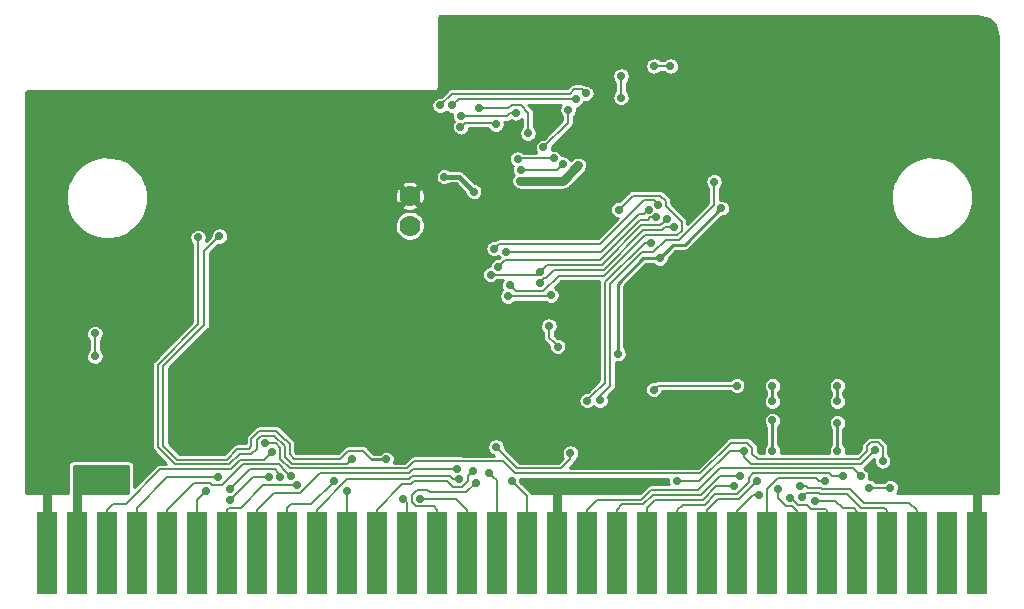
<source format=gbr>
G04 #@! TF.GenerationSoftware,KiCad,Pcbnew,(2017-02-04 revision 9a6e5734b)-master*
G04 #@! TF.CreationDate,2017-03-24T17:30:25+01:00*
G04 #@! TF.ProjectId,mega-wifi,6D6567612D776966692E6B696361645F,A1*
G04 #@! TF.FileFunction,Copper,L2,Bot,Signal*
G04 #@! TF.FilePolarity,Positive*
%FSLAX46Y46*%
G04 Gerber Fmt 4.6, Leading zero omitted, Abs format (unit mm)*
G04 Created by KiCad (PCBNEW (2017-02-04 revision 9a6e5734b)-master) date Fri Mar 24 17:30:25 2017*
%MOMM*%
%LPD*%
G01*
G04 APERTURE LIST*
%ADD10C,0.100000*%
%ADD11R,1.778000X6.985000*%
%ADD12C,1.778000*%
%ADD13C,0.711200*%
%ADD14C,0.762000*%
%ADD15C,0.254000*%
%ADD16C,0.381000*%
%ADD17C,0.203200*%
G04 APERTURE END LIST*
D10*
D11*
X106680000Y-126238000D03*
X111760000Y-126238000D03*
X114300000Y-126238000D03*
X109220000Y-126238000D03*
X116840000Y-126238000D03*
X180340000Y-126238000D03*
X177800000Y-126238000D03*
X182880000Y-126238000D03*
X175260000Y-126238000D03*
X185420000Y-126238000D03*
X119380000Y-126238000D03*
X121920000Y-126238000D03*
X124460000Y-126238000D03*
X127000000Y-126238000D03*
X129540000Y-126238000D03*
X132080000Y-126238000D03*
X134620000Y-126238000D03*
X137160000Y-126238000D03*
X139700000Y-126238000D03*
X142240000Y-126238000D03*
X144780000Y-126238000D03*
X147320000Y-126238000D03*
X149860000Y-126238000D03*
X152400000Y-126238000D03*
X154940000Y-126238000D03*
X157480000Y-126238000D03*
X160020000Y-126238000D03*
X162560000Y-126238000D03*
X165100000Y-126238000D03*
X167640000Y-126238000D03*
X170180000Y-126238000D03*
X172720000Y-126238000D03*
D12*
X137414000Y-98501200D03*
X137414000Y-95961200D03*
D13*
X109220000Y-119380000D03*
X110490000Y-119380000D03*
X111760000Y-119380000D03*
X113030000Y-119380000D03*
X113030000Y-120650000D03*
X111760000Y-120650000D03*
X110490000Y-120650000D03*
X109220000Y-120650000D03*
X149420294Y-113424832D03*
X117475000Y-110769400D03*
X154559000Y-113792000D03*
X154559000Y-115062000D03*
X154559000Y-116332000D03*
X154559000Y-117602000D03*
X153924000Y-120523000D03*
X155194000Y-120523000D03*
X156464000Y-120523000D03*
X131495800Y-117322600D03*
X129997200Y-117551200D03*
X127914400Y-117551200D03*
X123317000Y-116713000D03*
X137490200Y-117805200D03*
X114935000Y-88773000D03*
X122428000Y-106807000D03*
X168148000Y-81661002D03*
X168148000Y-82931000D03*
X168148000Y-84201000D03*
X169418000Y-84201000D03*
X170688000Y-84201000D03*
X168402000Y-96774000D03*
X168402000Y-95504000D03*
X169672000Y-95504000D03*
X170942000Y-95504000D03*
X172085000Y-94615000D03*
X166751000Y-81407000D03*
X165354000Y-81026000D03*
X171831000Y-84836000D03*
X168275000Y-93980000D03*
X169545000Y-93980000D03*
X168275000Y-86360000D03*
X169545000Y-86360000D03*
X161416994Y-113665000D03*
X184531000Y-118872000D03*
X172248018Y-117551145D03*
X163982919Y-97919330D03*
X151409400Y-81534000D03*
X164338000Y-92202000D03*
X163449000Y-91313000D03*
X164592000Y-93472000D03*
X162560000Y-84074000D03*
X161798000Y-83312000D03*
X160782000Y-82677000D03*
X159512000Y-82677000D03*
X158242000Y-82677000D03*
X143230600Y-90500200D03*
X121476485Y-112117381D03*
X121488200Y-117652769D03*
X119989512Y-117652769D03*
X119973484Y-112108971D03*
X124474249Y-112119203D03*
X126975324Y-112118329D03*
X130140401Y-112481560D03*
X132054600Y-111201200D03*
X141224000Y-82042000D03*
X143398448Y-83945134D03*
X167157400Y-117566188D03*
X152400000Y-81534000D03*
X153289004Y-81534000D03*
X156972000Y-82677000D03*
X155829000Y-82677000D03*
X166116000Y-91186000D03*
X163068000Y-82169000D03*
X163957000Y-83058000D03*
X164719000Y-84455000D03*
X164719000Y-85979000D03*
X164719000Y-87503000D03*
X164719000Y-89027000D03*
X165100000Y-90170000D03*
X163195000Y-85090000D03*
X163195000Y-86360000D03*
X163195000Y-87630000D03*
X163195000Y-88900000D03*
X163195000Y-90170000D03*
X169545000Y-92710000D03*
X169545000Y-91440000D03*
X169545000Y-87630000D03*
X169545000Y-88900000D03*
X169545000Y-90170000D03*
X157480000Y-105410000D03*
X156210000Y-105410000D03*
X156210000Y-104140000D03*
X152400000Y-104140000D03*
X152400000Y-105410000D03*
X151130000Y-105410000D03*
X151130000Y-104140000D03*
X151130000Y-98425000D03*
X149860000Y-97155000D03*
X151130000Y-97155000D03*
X151130000Y-95885000D03*
X149860000Y-95885000D03*
X163819840Y-107883696D03*
X135509000Y-103403400D03*
X167716200Y-104063800D03*
X169595800Y-117551253D03*
X175260420Y-117434659D03*
X146619782Y-117290059D03*
X105410000Y-99060000D03*
X105410000Y-100330000D03*
X105410000Y-101600000D03*
X105410000Y-102870000D03*
X105410000Y-104140000D03*
X105410000Y-105410000D03*
X105410000Y-106680000D03*
X105410000Y-107950000D03*
X105410000Y-109220000D03*
X105410000Y-110490000D03*
X105410000Y-111760000D03*
X105410000Y-113030000D03*
X105410000Y-114300000D03*
X105410000Y-115570000D03*
X105410000Y-116840000D03*
X105410000Y-118110000D03*
X105410000Y-119380000D03*
X105410000Y-120650000D03*
X184404000Y-116763800D03*
X179070000Y-113055400D03*
X175099459Y-112054930D03*
X172097234Y-112056768D03*
X169598249Y-112055932D03*
X166598600Y-112064800D03*
X171492956Y-89970763D03*
X135305800Y-114503200D03*
X147324392Y-113186351D03*
X141453604Y-113191678D03*
X185547000Y-118872000D03*
X186563000Y-118872000D03*
X186563000Y-120904000D03*
X186562997Y-119887997D03*
X142824200Y-95631000D03*
X140325220Y-94351220D03*
X155041600Y-109347000D03*
X158580521Y-101264165D03*
X146761200Y-94691200D03*
X163783871Y-97026846D03*
X151663400Y-93395796D03*
X168097200Y-117551219D03*
X168097200Y-114985800D03*
X173604613Y-115193385D03*
X168097200Y-113385611D03*
X168107647Y-112060731D03*
X173600000Y-113385611D03*
X173597346Y-112056676D03*
X173609000Y-117551200D03*
X122197046Y-120802392D03*
X126390048Y-119811790D03*
X122199398Y-121742200D03*
X125476000Y-119786400D03*
X158064200Y-112379586D03*
X150993220Y-117744620D03*
X144701260Y-117243860D03*
X165092485Y-112048112D03*
X125150727Y-116943221D03*
X177444400Y-118414800D03*
X125751133Y-117632903D03*
X121140410Y-119811800D03*
X127314985Y-119709604D03*
X170445879Y-120548420D03*
X170646448Y-121440565D03*
X171729277Y-121780279D03*
X120150476Y-120937878D03*
X127863600Y-120472200D03*
X141383538Y-119090030D03*
X130987800Y-120142000D03*
X141547795Y-119989568D03*
X132105400Y-120954780D03*
X142773398Y-119278401D03*
X136855200Y-121615220D03*
X143002000Y-120269000D03*
X138245318Y-121615220D03*
X144119590Y-119405400D03*
X146040129Y-120142020D03*
X175590200Y-119735600D03*
X165353670Y-119715337D03*
X164846020Y-120573781D03*
X174091600Y-119710220D03*
X166801816Y-120142020D03*
X166979580Y-121285000D03*
X172545387Y-120141854D03*
X168579800Y-120827800D03*
X169558284Y-121546797D03*
X141020800Y-88315800D03*
X151460220Y-87785579D03*
X139979400Y-88315800D03*
X152313640Y-87302340D03*
X146545856Y-92865472D03*
X149580631Y-92807812D03*
X144695911Y-89916000D03*
X141684648Y-90131736D03*
X141706600Y-89179400D03*
X146402774Y-88953968D03*
X146798835Y-93751072D03*
X150359201Y-93287371D03*
X160020000Y-120142000D03*
X165685824Y-117566188D03*
X176758580Y-117504637D03*
X110744000Y-107619800D03*
X110744000Y-109550200D03*
X135407400Y-118287800D03*
X121285000Y-99390200D03*
X119481600Y-99491800D03*
X132511800Y-118237000D03*
X176326800Y-120700796D03*
X178079420Y-120700800D03*
X155287198Y-87659410D03*
X155287198Y-85838590D03*
X153517600Y-113284010D03*
X163169600Y-94767400D03*
X152425400Y-113309400D03*
X157848834Y-99943343D03*
X159461200Y-84988400D03*
X158089600Y-84988400D03*
X159180591Y-97901216D03*
X148412169Y-102404186D03*
X147420856Y-90682812D03*
X144259825Y-102644025D03*
X143230600Y-88569800D03*
X157618078Y-97162963D03*
X145575263Y-100712494D03*
X158419796Y-96723200D03*
X144545713Y-100440187D03*
X158270770Y-97809700D03*
X144916405Y-101975658D03*
X150804862Y-88691738D03*
X148712188Y-91878169D03*
X155078024Y-97155000D03*
X145872117Y-103559162D03*
X149352000Y-104394000D03*
X145719800Y-104495600D03*
X149936200Y-108737400D03*
X149180994Y-106991594D03*
X159748566Y-98617843D03*
X148412169Y-103327169D03*
D14*
X111760000Y-119380000D02*
X110490000Y-119380000D01*
X113030000Y-120650000D02*
X113030000Y-119380000D01*
X110490000Y-120650000D02*
X111760000Y-120650000D01*
X109220000Y-120878600D02*
X109220000Y-120650000D01*
X109220000Y-126238000D02*
X109220000Y-120878600D01*
D15*
X154559000Y-115062000D02*
X154559000Y-113792000D01*
X154559000Y-117602000D02*
X154559000Y-116332000D01*
X155448000Y-120523000D02*
X155194000Y-120523000D01*
X156464000Y-120523000D02*
X155448000Y-120523000D01*
D14*
X168148000Y-82931000D02*
X168148000Y-81661002D01*
X168650894Y-84201000D02*
X168148000Y-84201000D01*
X168910000Y-84201000D02*
X168650894Y-84201000D01*
X169164000Y-83947000D02*
X168910000Y-84201000D01*
X169418000Y-84201000D02*
X168148000Y-84201000D01*
X171043599Y-84556599D02*
X170688000Y-84201000D01*
X171323000Y-84836000D02*
X171043599Y-84556599D01*
X171831000Y-84836000D02*
X171323000Y-84836000D01*
X169672000Y-95504000D02*
X168402000Y-95504000D01*
X172085000Y-94615000D02*
X171831000Y-94615000D01*
X171831000Y-94615000D02*
X170942000Y-95504000D01*
X166248106Y-81407000D02*
X166751000Y-81407000D01*
X165735000Y-81407000D02*
X166248106Y-81407000D01*
X165354000Y-81026000D02*
X165735000Y-81407000D01*
X169545000Y-93980000D02*
X168275000Y-93980000D01*
X169545000Y-86360000D02*
X168275000Y-86360000D01*
X184531000Y-118872000D02*
X185547000Y-118872000D01*
X184531000Y-118872000D02*
X185420000Y-119761000D01*
X185420000Y-119761000D02*
X185420000Y-126238000D01*
X163449000Y-91313000D02*
X163449000Y-92329000D01*
X163449000Y-92329000D02*
X164592000Y-93472000D01*
X163449000Y-91313000D02*
X163195000Y-91059000D01*
X163195000Y-91059000D02*
X163195000Y-90170000D01*
X159512000Y-82677000D02*
X160782000Y-82677000D01*
X158242000Y-82677000D02*
X159512000Y-82677000D01*
X163068000Y-82169000D02*
X162560000Y-81661000D01*
X162560000Y-81661000D02*
X155829000Y-81661000D01*
X163957000Y-83058000D02*
X163068000Y-82169000D01*
X164719000Y-85979000D02*
X164719000Y-84455000D01*
X164719000Y-89027000D02*
X164719000Y-87503000D01*
X163195000Y-86360000D02*
X163195000Y-85090000D01*
X163195000Y-88900000D02*
X163195000Y-87630000D01*
X169545000Y-90170000D02*
X163195000Y-90170000D01*
X169545000Y-90170000D02*
X169545000Y-91440000D01*
X169545000Y-90170000D02*
X169545000Y-88900000D01*
X156210000Y-104140000D02*
X156210000Y-105410000D01*
X152400000Y-105410000D02*
X152400000Y-104140000D01*
X151130000Y-104140000D02*
X151130000Y-105410000D01*
X149860000Y-97155000D02*
X151130000Y-98425000D01*
X151130000Y-95885000D02*
X151130000Y-97155000D01*
X149860000Y-120573800D02*
X151053800Y-120573800D01*
X151053800Y-120573800D02*
X151130000Y-120650000D01*
X105410000Y-100330000D02*
X105410000Y-99060000D01*
X105410000Y-102870000D02*
X105410000Y-101600000D01*
X105410000Y-105410000D02*
X105410000Y-104140000D01*
X105410000Y-107950000D02*
X105410000Y-106680000D01*
X105410000Y-110490000D02*
X105410000Y-109220000D01*
X105410000Y-113030000D02*
X105410000Y-111760000D01*
X105410000Y-115570000D02*
X105410000Y-114300000D01*
X105410000Y-118110000D02*
X105410000Y-116840000D01*
X105410000Y-119380000D02*
X105410000Y-118110000D01*
X106680000Y-120904000D02*
X105664000Y-120904000D01*
X105664000Y-120904000D02*
X105410000Y-120650000D01*
X106680000Y-121983500D02*
X106680000Y-120904000D01*
X106680000Y-126238000D02*
X106680000Y-121983500D01*
X149860000Y-126238000D02*
X149860000Y-120573800D01*
X149860000Y-120573800D02*
X149910800Y-120523000D01*
X186562997Y-118872003D02*
X186563000Y-118872000D01*
X186562997Y-119887997D02*
X186562997Y-118872003D01*
X186563000Y-119887994D02*
X186563000Y-118872000D01*
D16*
X140325220Y-94351220D02*
X141544420Y-94351220D01*
X141544420Y-94351220D02*
X142824200Y-95631000D01*
D15*
X155041600Y-109169200D02*
X155041600Y-108153200D01*
X155041600Y-108153200D02*
X155041600Y-103403400D01*
X155041600Y-109347000D02*
X155041600Y-108153200D01*
X155041600Y-103403400D02*
X157175200Y-101269800D01*
X157175200Y-101269800D02*
X158580521Y-101269800D01*
X158580521Y-101269800D02*
X158580521Y-101264165D01*
X163783871Y-97026846D02*
X160683917Y-100126800D01*
X160683917Y-100126800D02*
X159689800Y-100126800D01*
X159689800Y-100126800D02*
X158580521Y-101236079D01*
X158580521Y-101236079D02*
X158580521Y-101264165D01*
D14*
X150367996Y-94691200D02*
X147264094Y-94691200D01*
X147264094Y-94691200D02*
X146761200Y-94691200D01*
X151663400Y-93395796D02*
X150367996Y-94691200D01*
D15*
X168097200Y-114985800D02*
X168097200Y-117551219D01*
X173609000Y-115197772D02*
X173604613Y-115193385D01*
X173609000Y-117551200D02*
X173609000Y-115197772D01*
X168107647Y-112060731D02*
X168107647Y-113375164D01*
X168107647Y-113375164D02*
X168097200Y-113385611D01*
X173597346Y-112056676D02*
X173597346Y-113382957D01*
X173597346Y-113382957D02*
X173600000Y-113385611D01*
D17*
X122552645Y-120446793D02*
X122197046Y-120802392D01*
X126390048Y-119811790D02*
X126238000Y-119405398D01*
X126238000Y-119405398D02*
X125958601Y-119125999D01*
X123873439Y-119125999D02*
X122552645Y-120446793D01*
X125958601Y-119125999D02*
X123873439Y-119125999D01*
X126238000Y-119837200D02*
X126364638Y-119837200D01*
X126364638Y-119837200D02*
X126390048Y-119811790D01*
X125476000Y-119786400D02*
X124155198Y-119786400D01*
X124155198Y-119786400D02*
X122554997Y-121386601D01*
X122554997Y-121386601D02*
X122199398Y-121742200D01*
X158395674Y-112048112D02*
X158064200Y-112379586D01*
X165092485Y-112048112D02*
X158395674Y-112048112D01*
X149783800Y-119057420D02*
X146514820Y-119057420D01*
X150993220Y-117744620D02*
X150993220Y-118247514D01*
X150993220Y-118247514D02*
X150183314Y-119057420D01*
X150183314Y-119057420D02*
X149783800Y-119057420D01*
X146514820Y-119057420D02*
X145056859Y-117599459D01*
X145056859Y-117599459D02*
X144701260Y-117243860D01*
X165100000Y-112039400D02*
X165100000Y-112040597D01*
X165100000Y-112040597D02*
X165092485Y-112048112D01*
X126036907Y-116943221D02*
X125653621Y-116943221D01*
X125653621Y-116943221D02*
X125150727Y-116943221D01*
X145328502Y-118445852D02*
X141716754Y-118445852D01*
X137135397Y-119049203D02*
X127229334Y-119049203D01*
X141716754Y-118445852D02*
X141700531Y-118429629D01*
X141700531Y-118429629D02*
X137754971Y-118429629D01*
X137754971Y-118429629D02*
X137135397Y-119049203D01*
X127229334Y-119049203D02*
X126416286Y-118236155D01*
X126416286Y-118236155D02*
X126416286Y-117322600D01*
X126416286Y-117322600D02*
X126036907Y-116943221D01*
X177075573Y-116844236D02*
X176441587Y-116844236D01*
X177444400Y-118414800D02*
X177444400Y-117213063D01*
X177444400Y-117213063D02*
X177075573Y-116844236D01*
X164592000Y-116890800D02*
X162018970Y-119463830D01*
X176441587Y-116844236D02*
X176098179Y-117187644D01*
X162018970Y-119463830D02*
X146346480Y-119463830D01*
X146346480Y-119463830D02*
X145328502Y-118445852D01*
X176098179Y-117574294D02*
X175436411Y-118236062D01*
X176098179Y-117187644D02*
X176098179Y-117574294D01*
X175436411Y-118236062D02*
X166849880Y-118236062D01*
X166849880Y-118236062D02*
X166420800Y-117806982D01*
X166420800Y-117806982D02*
X166420800Y-117339732D01*
X166420800Y-117339732D02*
X165971868Y-116890800D01*
X165971868Y-116890800D02*
X164592000Y-116890800D01*
X125751133Y-117632903D02*
X125070857Y-118313179D01*
X125070857Y-118313179D02*
X123063021Y-118313179D01*
X111760000Y-122542300D02*
X111760000Y-126238000D01*
X123063021Y-118313179D02*
X122250200Y-119126000D01*
X122250200Y-119126000D02*
X116268500Y-119126000D01*
X116268500Y-119126000D02*
X113347500Y-122047000D01*
X113347500Y-122047000D02*
X112255300Y-122047000D01*
X112255300Y-122047000D02*
X111760000Y-122542300D01*
X114300000Y-126238000D02*
X114300000Y-122402600D01*
X114300000Y-122402600D02*
X116890800Y-119811800D01*
X116890800Y-119811800D02*
X118821200Y-119811800D01*
X118821200Y-119811800D02*
X121140410Y-119811800D01*
X126959386Y-119354005D02*
X127314985Y-119709604D01*
X120665104Y-120475112D02*
X121547219Y-120475112D01*
X126324970Y-118719589D02*
X126959386Y-119354005D01*
X121547219Y-120475112D02*
X123302742Y-118719589D01*
X116840000Y-126238000D02*
X116840000Y-122542300D01*
X116840000Y-122542300D02*
X119104823Y-120277477D01*
X119104823Y-120277477D02*
X120467469Y-120277477D01*
X120467469Y-120277477D02*
X120665104Y-120475112D01*
X123302742Y-118719589D02*
X126324970Y-118719589D01*
X127279400Y-119634000D02*
X127279400Y-119674019D01*
X127279400Y-119674019D02*
X127314985Y-119709604D01*
X180340000Y-126238000D02*
X180340000Y-122605800D01*
X180340000Y-122605800D02*
X179705000Y-121970800D01*
X172303553Y-120802410D02*
X172214610Y-120713467D01*
X179705000Y-121970800D02*
X175844200Y-121970800D01*
X175844200Y-121970800D02*
X174675810Y-120802410D01*
X174675810Y-120802410D02*
X172303553Y-120802410D01*
X172214610Y-120713467D02*
X171113820Y-120713467D01*
X171113820Y-120713467D02*
X170948773Y-120548420D01*
X170948773Y-120548420D02*
X170445879Y-120548420D01*
X177800000Y-122605800D02*
X177596800Y-122402600D01*
X177800000Y-126238000D02*
X177800000Y-122605800D01*
X177596800Y-122402600D02*
X175606151Y-122402600D01*
X175606151Y-122402600D02*
X174412372Y-121208821D01*
X174412372Y-121208821D02*
X172135213Y-121208821D01*
X172135213Y-121208821D02*
X172046270Y-121119878D01*
X172046270Y-121119878D02*
X170967135Y-121119878D01*
X170967135Y-121119878D02*
X170646448Y-121440565D01*
X171729277Y-121780279D02*
X173405779Y-121780279D01*
X173405779Y-121780279D02*
X174053500Y-122428000D01*
X174053500Y-122428000D02*
X174980600Y-122428000D01*
X174980600Y-122428000D02*
X175260000Y-122707400D01*
X175260000Y-122707400D02*
X175260000Y-126238000D01*
X119380000Y-126238000D02*
X119380000Y-121708354D01*
X119380000Y-121708354D02*
X119794877Y-121293477D01*
X119794877Y-121293477D02*
X120150476Y-120937878D01*
X127863600Y-120472200D02*
X125018800Y-120472200D01*
X125018800Y-120472200D02*
X123088399Y-122402601D01*
X123088399Y-122402601D02*
X122059699Y-122402601D01*
X122059699Y-122402601D02*
X121920000Y-122542300D01*
X121920000Y-122542300D02*
X121920000Y-126238000D01*
X124460000Y-126238000D02*
X124460000Y-122555000D01*
X137669321Y-119090030D02*
X140880644Y-119090030D01*
X124460000Y-122555000D02*
X125882399Y-121132601D01*
X140880644Y-119090030D02*
X141383538Y-119090030D01*
X125882399Y-121132601D02*
X128152449Y-121132601D01*
X128152449Y-121132601D02*
X129828850Y-119456200D01*
X129828850Y-119456200D02*
X137303151Y-119456200D01*
X137303151Y-119456200D02*
X137669321Y-119090030D01*
X127000000Y-126238000D02*
X127000000Y-122402600D01*
X127000000Y-122402600D02*
X127330200Y-122072400D01*
X127330200Y-122072400D02*
X129082800Y-122072400D01*
X129082800Y-122072400D02*
X130987800Y-120167400D01*
X130987800Y-120167400D02*
X130987800Y-120142000D01*
X141044901Y-119989568D02*
X141547795Y-119989568D01*
X140790909Y-119735576D02*
X141044901Y-119989568D01*
X137344534Y-119989568D02*
X137598526Y-119735576D01*
X137598526Y-119735576D02*
X140790909Y-119735576D01*
X132092732Y-119989568D02*
X137344534Y-119989568D01*
X129540000Y-126238000D02*
X129540000Y-122542300D01*
X129540000Y-122542300D02*
X132092732Y-119989568D01*
X132080000Y-120980180D02*
X132105400Y-120954780D01*
X132080000Y-126238000D02*
X132080000Y-120980180D01*
X142341598Y-119710201D02*
X142417799Y-119634000D01*
X136766302Y-120395998D02*
X137512855Y-120395998D01*
X142341598Y-120147075D02*
X142341598Y-119710201D01*
X134620000Y-122542300D02*
X136766302Y-120395998D01*
X140538187Y-120141987D02*
X141046188Y-120649988D01*
X141046188Y-120649988D02*
X141838685Y-120649988D01*
X134620000Y-126238000D02*
X134620000Y-122542300D01*
X137512855Y-120395998D02*
X137766866Y-120141987D01*
X142417799Y-119634000D02*
X142773398Y-119278401D01*
X141838685Y-120649988D02*
X142341598Y-120147075D01*
X137766866Y-120141987D02*
X140538187Y-120141987D01*
X137160000Y-126238000D02*
X137160000Y-121920020D01*
X137160000Y-121920020D02*
X136855200Y-121615220D01*
X143002000Y-120269000D02*
X142201394Y-121069606D01*
X139090402Y-121069606D02*
X138873996Y-120853200D01*
X142201394Y-121069606D02*
X139090402Y-121069606D01*
X137584916Y-121932214D02*
X137928324Y-122275622D01*
X138873996Y-120853200D02*
X138029942Y-120853200D01*
X138029942Y-120853200D02*
X137584916Y-121298226D01*
X137584916Y-121298226D02*
X137584916Y-121932214D01*
X137928324Y-122275622D02*
X139420622Y-122275622D01*
X139420622Y-122275622D02*
X139700000Y-122555000D01*
X139700000Y-122555000D02*
X139700000Y-126238000D01*
X142240000Y-126238000D02*
X142240000Y-122555000D01*
X142240000Y-122555000D02*
X141300220Y-121615220D01*
X141300220Y-121615220D02*
X138748212Y-121615220D01*
X138748212Y-121615220D02*
X138245318Y-121615220D01*
X144780000Y-126238000D02*
X144780000Y-120065810D01*
X144780000Y-120065810D02*
X144475189Y-119760999D01*
X144475189Y-119760999D02*
X144119590Y-119405400D01*
X146395728Y-120497619D02*
X146040129Y-120142020D01*
X147320000Y-126238000D02*
X147320000Y-121421891D01*
X147320000Y-121421891D02*
X146395728Y-120497619D01*
X152400000Y-126238000D02*
X152400000Y-122555000D01*
X152400000Y-122555000D02*
X153263600Y-121691400D01*
X153263600Y-121691400D02*
X157022800Y-121691400D01*
X157022800Y-121691400D02*
X157835596Y-120878604D01*
X157835596Y-120878604D02*
X161823396Y-120878604D01*
X161823396Y-120878604D02*
X163652200Y-119049800D01*
X163652200Y-119049800D02*
X166341853Y-119049800D01*
X166341853Y-119049800D02*
X166342769Y-119048884D01*
X166342769Y-119048884D02*
X174903484Y-119048884D01*
X174903484Y-119048884D02*
X175234601Y-119380001D01*
X175234601Y-119380001D02*
X175590200Y-119735600D01*
X154940000Y-126238000D02*
X154940000Y-122555000D01*
X154940000Y-122555000D02*
X155397189Y-122097811D01*
X155397189Y-122097811D02*
X157191140Y-122097811D01*
X157191140Y-122097811D02*
X158003936Y-121285015D01*
X158003936Y-121285015D02*
X162077385Y-121285015D01*
X162077385Y-121285015D02*
X163647063Y-119715337D01*
X163647063Y-119715337D02*
X164850776Y-119715337D01*
X164850776Y-119715337D02*
X165353670Y-119715337D01*
X157480000Y-126238000D02*
X157480000Y-122402600D01*
X157480000Y-122402600D02*
X158165800Y-121716800D01*
X163372819Y-120573781D02*
X164343126Y-120573781D01*
X158165800Y-121716800D02*
X162229800Y-121716800D01*
X162229800Y-121716800D02*
X163372819Y-120573781D01*
X164343126Y-120573781D02*
X164846020Y-120573781D01*
X166141396Y-120227651D02*
X166141396Y-119825006D01*
X172862380Y-119481453D02*
X172862516Y-119481589D01*
X160020000Y-126238000D02*
X160020000Y-122605800D01*
X160020000Y-122605800D02*
X160502589Y-122123211D01*
X173588706Y-119710220D02*
X174091600Y-119710220D01*
X160502589Y-122123211D02*
X162398140Y-122123211D01*
X168373855Y-119481600D02*
X168373866Y-119481589D01*
X173138616Y-119710220D02*
X173588706Y-119710220D01*
X162398140Y-122123211D02*
X163287148Y-121234202D01*
X163287148Y-121234202D02*
X165134845Y-121234202D01*
X166484802Y-119481600D02*
X168373855Y-119481600D01*
X165134845Y-121234202D02*
X166141396Y-120227651D01*
X166141396Y-119825006D02*
X166484802Y-119481600D01*
X168373866Y-119481589D02*
X172228258Y-119481589D01*
X172228258Y-119481589D02*
X172228394Y-119481453D01*
X172862516Y-119481589D02*
X172909985Y-119481589D01*
X172228394Y-119481453D02*
X172862380Y-119481453D01*
X172909985Y-119481589D02*
X173138616Y-119710220D01*
X162560000Y-126238000D02*
X162560000Y-122580400D01*
X162560000Y-122580400D02*
X163474387Y-121666013D01*
X163474387Y-121666013D02*
X165277823Y-121666013D01*
X165277823Y-121666013D02*
X166446217Y-120497619D01*
X166446217Y-120497619D02*
X166801816Y-120142020D01*
X165100000Y-126238000D02*
X165100000Y-122631200D01*
X165100000Y-122631200D02*
X166446200Y-121285000D01*
X166446200Y-121285000D02*
X166979580Y-121285000D01*
X172042493Y-120141854D02*
X172545387Y-120141854D01*
X167640000Y-126238000D02*
X167640000Y-120790206D01*
X167640000Y-120790206D02*
X168542206Y-119888000D01*
X171788639Y-119888000D02*
X172042493Y-120141854D01*
X168542206Y-119888000D02*
X171788639Y-119888000D01*
X168579800Y-120827800D02*
X168579800Y-121564400D01*
X168579800Y-121564400D02*
X169240200Y-122224800D01*
X169240200Y-122224800D02*
X169773600Y-122224800D01*
X169773600Y-122224800D02*
X170180000Y-122631200D01*
X170180000Y-122631200D02*
X170180000Y-126238000D01*
X172720000Y-126238000D02*
X172720000Y-122605800D01*
X171002960Y-122123200D02*
X170246750Y-122123200D01*
X172720000Y-122605800D02*
X172567600Y-122453400D01*
X172567600Y-122453400D02*
X171333160Y-122453400D01*
X171333160Y-122453400D02*
X171002960Y-122123200D01*
X170246750Y-122123200D02*
X169670347Y-121546797D01*
X169670347Y-121546797D02*
X169558284Y-121546797D01*
X141020800Y-88315800D02*
X141551021Y-87785579D01*
X141551021Y-87785579D02*
X151460220Y-87785579D01*
X139979400Y-88315800D02*
X140972540Y-87322660D01*
X140972540Y-87322660D02*
X141681200Y-87322660D01*
X141495780Y-87322660D02*
X141681200Y-87322660D01*
X141681200Y-87322660D02*
X150939920Y-87322660D01*
X151958041Y-86946741D02*
X152313640Y-87302340D01*
X151315839Y-86946741D02*
X151958041Y-86946741D01*
X150939920Y-87322660D02*
X151315839Y-86946741D01*
X146603516Y-92807812D02*
X146545856Y-92865472D01*
X149580631Y-92807812D02*
X146603516Y-92807812D01*
X144556048Y-89776137D02*
X144695911Y-89916000D01*
X142040247Y-89776137D02*
X144556048Y-89776137D01*
X141684648Y-90131736D02*
X142040247Y-89776137D01*
X142285692Y-89255598D02*
X145598250Y-89255598D01*
X142209494Y-89179400D02*
X142285692Y-89255598D01*
X145598250Y-89255598D02*
X145899880Y-88953968D01*
X145899880Y-88953968D02*
X146402774Y-88953968D01*
X141706600Y-89179400D02*
X142209494Y-89179400D01*
X149895500Y-93751072D02*
X147301729Y-93751072D01*
X150359201Y-93287371D02*
X149895500Y-93751072D01*
X147301729Y-93751072D02*
X146798835Y-93751072D01*
X160522894Y-120142000D02*
X160020000Y-120142000D01*
X165685824Y-117566188D02*
X164491362Y-117566188D01*
X164491362Y-117566188D02*
X161915550Y-120142000D01*
X161915550Y-120142000D02*
X160522894Y-120142000D01*
X176758580Y-117504637D02*
X175620744Y-118642473D01*
X175620744Y-118642473D02*
X166259215Y-118642473D01*
X166259215Y-118642473D02*
X165685824Y-118069082D01*
X165685824Y-118069082D02*
X165685824Y-117566188D01*
X110744000Y-109550200D02*
X110744000Y-107619800D01*
X134137400Y-118237000D02*
X133476999Y-117576599D01*
X117728980Y-118313180D02*
X116535210Y-117119410D01*
X120015000Y-106908600D02*
X120015000Y-100609400D01*
X133476999Y-117576599D02*
X132194807Y-117576599D01*
X132194807Y-117576599D02*
X131535023Y-118236383D01*
X120015000Y-100609400D02*
X121234200Y-99390200D01*
X131535023Y-118236383D02*
X127608983Y-118236383D01*
X127608983Y-118236383D02*
X127229106Y-117856506D01*
X121894620Y-118313180D02*
X117728980Y-118313180D01*
X116535210Y-117119410D02*
X116535210Y-110388390D01*
X127229106Y-117856506D02*
X127229106Y-116967506D01*
X127229106Y-116967506D02*
X126898400Y-116636800D01*
X126898400Y-116636800D02*
X126879986Y-116636800D01*
X126879986Y-116636800D02*
X126119596Y-115876410D01*
X124660259Y-115876411D02*
X124002800Y-116533870D01*
X126119596Y-115876410D02*
X124660259Y-115876411D01*
X124002800Y-116533870D02*
X124002800Y-117170200D01*
X124002800Y-117170200D02*
X123774210Y-117398790D01*
X123774210Y-117398790D02*
X122809010Y-117398790D01*
X122809010Y-117398790D02*
X121894620Y-118313180D01*
X116535210Y-110388390D02*
X120015000Y-106908600D01*
X121234200Y-99390200D02*
X121285000Y-99390200D01*
X134137400Y-118237000D02*
X134213600Y-118313200D01*
X135407400Y-118287800D02*
X134188200Y-118287800D01*
X134188200Y-118287800D02*
X134137400Y-118237000D01*
X134213600Y-118313200D02*
X135305800Y-118313200D01*
X119481600Y-99491800D02*
X119481600Y-106857800D01*
X119481600Y-106857800D02*
X116078000Y-110261400D01*
X124434600Y-117373400D02*
X124434600Y-116676820D01*
X116078000Y-110261400D02*
X116078000Y-117246400D01*
X116078000Y-117246400D02*
X117551190Y-118719590D01*
X117551190Y-118719590D02*
X122081860Y-118719590D01*
X122081860Y-118719590D02*
X122996249Y-117805201D01*
X124434600Y-116676820D02*
X124828600Y-116282820D01*
X122996249Y-117805201D02*
X124002800Y-117805200D01*
X124002800Y-117805200D02*
X124434600Y-117373400D01*
X132511800Y-118237000D02*
X132106008Y-118642792D01*
X132106008Y-118642792D02*
X127405792Y-118642792D01*
X126822696Y-118059696D02*
X126822696Y-117154260D01*
X127405792Y-118642792D02*
X126822696Y-118059696D01*
X126822696Y-117154260D02*
X125951256Y-116282820D01*
X125951256Y-116282820D02*
X124828600Y-116282820D01*
X124828600Y-116282820D02*
X124815700Y-116295720D01*
X176326804Y-120700800D02*
X176326800Y-120700796D01*
X178079420Y-120700800D02*
X176326804Y-120700800D01*
X155287198Y-85838590D02*
X155287198Y-87659410D01*
X153517600Y-113284010D02*
X153517600Y-112903000D01*
X163169600Y-94767400D02*
X163169600Y-96748956D01*
X154355799Y-112064801D02*
X153517600Y-112903000D01*
X163169600Y-96748956D02*
X160233900Y-99684656D01*
X160233900Y-99684656D02*
X159064389Y-99684656D01*
X159064389Y-99684656D02*
X158013400Y-100735645D01*
X158013400Y-100735645D02*
X157074355Y-100735645D01*
X157074355Y-100735645D02*
X154355799Y-103454201D01*
X154355799Y-103454201D02*
X154355799Y-112064801D01*
X152780999Y-112953801D02*
X152425400Y-113309400D01*
X153924000Y-111810800D02*
X152780999Y-112953801D01*
X157282457Y-99943343D02*
X153924000Y-103301800D01*
X153924000Y-103301800D02*
X153924000Y-111810800D01*
X157848834Y-99943343D02*
X157282457Y-99943343D01*
X159461200Y-84988400D02*
X158089600Y-84988400D01*
X158824020Y-98256815D02*
X158824992Y-98256815D01*
X157000151Y-98470101D02*
X158610734Y-98470101D01*
X158824992Y-98256815D02*
X159180591Y-97901216D01*
X148987766Y-101828589D02*
X153641663Y-101828589D01*
X148412169Y-102404186D02*
X148987766Y-101828589D01*
X153641663Y-101828589D02*
X157000151Y-98470101D01*
X158610734Y-98470101D02*
X158824020Y-98256815D01*
X143230600Y-88569800D02*
X145745200Y-88569800D01*
X145745200Y-88569800D02*
X146024600Y-88290400D01*
X146024600Y-88290400D02*
X146788895Y-88290400D01*
X146788895Y-88290400D02*
X147420856Y-88922361D01*
X147420856Y-88922361D02*
X147420856Y-90179918D01*
X147420856Y-90179918D02*
X147420856Y-90682812D01*
X144259825Y-102644025D02*
X148172330Y-102644025D01*
X148172330Y-102644025D02*
X148412169Y-102404186D01*
X147447000Y-90678000D02*
X147425668Y-90678000D01*
X147425668Y-90678000D02*
X147420856Y-90682812D01*
X157262479Y-97518562D02*
X157618078Y-97162963D01*
X145575263Y-100712494D02*
X153608256Y-100712494D01*
X153608256Y-100712494D02*
X156802188Y-97518562D01*
X156802188Y-97518562D02*
X157262479Y-97518562D01*
X157237354Y-96367601D02*
X158064197Y-96367601D01*
X144545713Y-100440187D02*
X144933807Y-100052093D01*
X153552862Y-100052093D02*
X157237354Y-96367601D01*
X158064197Y-96367601D02*
X158419796Y-96723200D01*
X144933807Y-100052093D02*
X153552862Y-100052093D01*
X145469885Y-101422178D02*
X153473324Y-101422178D01*
X157767876Y-97809700D02*
X158270770Y-97809700D01*
X144916405Y-101975658D02*
X145469885Y-101422178D01*
X153473324Y-101422178D02*
X156876972Y-98018530D01*
X156876972Y-98018530D02*
X157559046Y-98018530D01*
X157559046Y-98018530D02*
X157767876Y-97809700D01*
X150804862Y-89194632D02*
X150804862Y-88691738D01*
X148712188Y-91878169D02*
X150804862Y-89785495D01*
X150804862Y-89785495D02*
X150804862Y-89194632D01*
X155078024Y-97155000D02*
X156271824Y-95961200D01*
X150025606Y-102743000D02*
X148704807Y-104063799D01*
X156271824Y-95961200D02*
X158597600Y-95961200D01*
X160065560Y-99278245D02*
X158929121Y-99278245D01*
X158597600Y-95961200D02*
X159080200Y-96443800D01*
X159080200Y-96443800D02*
X159080200Y-96823431D01*
X158924443Y-99282923D02*
X157336831Y-99282923D01*
X157336831Y-99282923D02*
X153876754Y-102743000D01*
X159080200Y-96823431D02*
X160426400Y-98169631D01*
X160426400Y-98169631D02*
X160426400Y-98917405D01*
X160426400Y-98917405D02*
X160065560Y-99278245D01*
X153876754Y-102743000D02*
X150025606Y-102743000D01*
X158929121Y-99278245D02*
X158924443Y-99282923D01*
X148704807Y-104063799D02*
X146376754Y-104063799D01*
X146376754Y-104063799D02*
X145872117Y-103559162D01*
X149352000Y-104394000D02*
X149250400Y-104495600D01*
X149250400Y-104495600D02*
X145719800Y-104495600D01*
X149580601Y-108381801D02*
X149936200Y-108737400D01*
X149180994Y-107982194D02*
X149580601Y-108381801D01*
X149180994Y-106991594D02*
X149180994Y-107982194D01*
X148412169Y-103327169D02*
X148767768Y-102971570D01*
X148767768Y-102971570D02*
X148920230Y-102971570D01*
X148920230Y-102971570D02*
X149656800Y-102235000D01*
X149656800Y-102235000D02*
X153810004Y-102235000D01*
X159245672Y-98617843D02*
X159748566Y-98617843D01*
X153810004Y-102235000D02*
X157168492Y-98876512D01*
X157168492Y-98876512D02*
X158779074Y-98876512D01*
X158779074Y-98876512D02*
X159037743Y-98617843D01*
X159037743Y-98617843D02*
X159245672Y-98617843D01*
D15*
G36*
X185425029Y-80774590D02*
X186118775Y-80890214D01*
X186141728Y-80895826D01*
X186163613Y-80904797D01*
X186591764Y-81118873D01*
X186613558Y-81132058D01*
X186632951Y-81148557D01*
X186821443Y-81337049D01*
X186837942Y-81356442D01*
X186851127Y-81378236D01*
X187065203Y-81806387D01*
X187074174Y-81828272D01*
X187079786Y-81851225D01*
X187195410Y-82544971D01*
X187198000Y-82576265D01*
X187198000Y-121024764D01*
X187194958Y-121055652D01*
X187187763Y-121079369D01*
X187176086Y-121101216D01*
X187160368Y-121120368D01*
X187141216Y-121136086D01*
X187119369Y-121147763D01*
X187095652Y-121154958D01*
X187064764Y-121158000D01*
X178658370Y-121158000D01*
X178722989Y-121066398D01*
X178781744Y-120934432D01*
X178813748Y-120793567D01*
X178816051Y-120628573D01*
X178787993Y-120486869D01*
X178732946Y-120353314D01*
X178653006Y-120232995D01*
X178551218Y-120130494D01*
X178431460Y-120049716D01*
X178298292Y-119993737D01*
X178156788Y-119964691D01*
X178012337Y-119963682D01*
X177870441Y-119990750D01*
X177736505Y-120044864D01*
X177615630Y-120123962D01*
X177519398Y-120218200D01*
X176885698Y-120218200D01*
X176798598Y-120130490D01*
X176678840Y-120049712D01*
X176545672Y-119993733D01*
X176404168Y-119964687D01*
X176293732Y-119963916D01*
X176324528Y-119828367D01*
X176326831Y-119663373D01*
X176298773Y-119521669D01*
X176243726Y-119388114D01*
X176163786Y-119267795D01*
X176061998Y-119165294D01*
X175942240Y-119084516D01*
X175870116Y-119054198D01*
X175883587Y-119047215D01*
X175885568Y-119045634D01*
X175887811Y-119044441D01*
X175922369Y-119016256D01*
X175957196Y-118988454D01*
X175960732Y-118984968D01*
X175960800Y-118984912D01*
X175960852Y-118984849D01*
X175961994Y-118983723D01*
X176705401Y-118240316D01*
X176728298Y-118240796D01*
X176708849Y-118332295D01*
X176706832Y-118476735D01*
X176732909Y-118618817D01*
X176786086Y-118753127D01*
X176864338Y-118874551D01*
X176964685Y-118978463D01*
X177083304Y-119060905D01*
X177215677Y-119118738D01*
X177356762Y-119149757D01*
X177501185Y-119152783D01*
X177643445Y-119127698D01*
X177778123Y-119075460D01*
X177900090Y-118998057D01*
X178004700Y-118898438D01*
X178087969Y-118780398D01*
X178146724Y-118648432D01*
X178178728Y-118507567D01*
X178181031Y-118342573D01*
X178152973Y-118200869D01*
X178097926Y-118067314D01*
X178017986Y-117946995D01*
X177927000Y-117855372D01*
X177927000Y-117213063D01*
X177922654Y-117168737D01*
X177918765Y-117124288D01*
X177918056Y-117121849D01*
X177917809Y-117119326D01*
X177904928Y-117076663D01*
X177892487Y-117033840D01*
X177891320Y-117031588D01*
X177890586Y-117029158D01*
X177869642Y-116989768D01*
X177849142Y-116950220D01*
X177847561Y-116948239D01*
X177846368Y-116945996D01*
X177818183Y-116911438D01*
X177790381Y-116876611D01*
X177786895Y-116873075D01*
X177786839Y-116873007D01*
X177786776Y-116872955D01*
X177785650Y-116871813D01*
X177416823Y-116502986D01*
X177382376Y-116474691D01*
X177348226Y-116446036D01*
X177346003Y-116444814D01*
X177344042Y-116443203D01*
X177304725Y-116422121D01*
X177265689Y-116400661D01*
X177263273Y-116399895D01*
X177261034Y-116398694D01*
X177218371Y-116385651D01*
X177175911Y-116372182D01*
X177173390Y-116371899D01*
X177170962Y-116371157D01*
X177126607Y-116366652D01*
X177082311Y-116361683D01*
X177077351Y-116361648D01*
X177077258Y-116361639D01*
X177077172Y-116361647D01*
X177075573Y-116361636D01*
X176441587Y-116361636D01*
X176397261Y-116365982D01*
X176352812Y-116369871D01*
X176350373Y-116370580D01*
X176347850Y-116370827D01*
X176305187Y-116383708D01*
X176262364Y-116396149D01*
X176260112Y-116397316D01*
X176257682Y-116398050D01*
X176218292Y-116418994D01*
X176178744Y-116439494D01*
X176176763Y-116441075D01*
X176174520Y-116442268D01*
X176139962Y-116470453D01*
X176105135Y-116498255D01*
X176101599Y-116501741D01*
X176101531Y-116501797D01*
X176101479Y-116501860D01*
X176100337Y-116502986D01*
X175756929Y-116846394D01*
X175728634Y-116880841D01*
X175699979Y-116914991D01*
X175698757Y-116917214D01*
X175697146Y-116919175D01*
X175676064Y-116958492D01*
X175654604Y-116997528D01*
X175653838Y-116999944D01*
X175652637Y-117002183D01*
X175639594Y-117044846D01*
X175626125Y-117087306D01*
X175625842Y-117089827D01*
X175625100Y-117092255D01*
X175620595Y-117136610D01*
X175615626Y-117180906D01*
X175615591Y-117185866D01*
X175615582Y-117185959D01*
X175615590Y-117186045D01*
X175615579Y-117187644D01*
X175615579Y-117374394D01*
X175236511Y-117753462D01*
X174318451Y-117753462D01*
X174343328Y-117643967D01*
X174345631Y-117478973D01*
X174317573Y-117337269D01*
X174262526Y-117203714D01*
X174182586Y-117083395D01*
X174117000Y-117017350D01*
X174117000Y-115722650D01*
X174164913Y-115677023D01*
X174248182Y-115558983D01*
X174306937Y-115427017D01*
X174338941Y-115286152D01*
X174341244Y-115121158D01*
X174313186Y-114979454D01*
X174258139Y-114845899D01*
X174178199Y-114725580D01*
X174076411Y-114623079D01*
X173956653Y-114542301D01*
X173823485Y-114486322D01*
X173681981Y-114457276D01*
X173537530Y-114456267D01*
X173395634Y-114483335D01*
X173261698Y-114537449D01*
X173140823Y-114616547D01*
X173037614Y-114717617D01*
X172956002Y-114836808D01*
X172899096Y-114969582D01*
X172869062Y-115110880D01*
X172867045Y-115255320D01*
X172893122Y-115397402D01*
X172946299Y-115531712D01*
X173024551Y-115653136D01*
X173101000Y-115732301D01*
X173101000Y-117017656D01*
X173042001Y-117075432D01*
X172960389Y-117194623D01*
X172903483Y-117327397D01*
X172873449Y-117468695D01*
X172871432Y-117613135D01*
X172897187Y-117753462D01*
X168806655Y-117753462D01*
X168831528Y-117643986D01*
X168833831Y-117478992D01*
X168805773Y-117337288D01*
X168750726Y-117203733D01*
X168670786Y-117083414D01*
X168605200Y-117017369D01*
X168605200Y-115519243D01*
X168657500Y-115469438D01*
X168740769Y-115351398D01*
X168799524Y-115219432D01*
X168831528Y-115078567D01*
X168833831Y-114913573D01*
X168805773Y-114771869D01*
X168750726Y-114638314D01*
X168670786Y-114517995D01*
X168568998Y-114415494D01*
X168449240Y-114334716D01*
X168316072Y-114278737D01*
X168174568Y-114249691D01*
X168030117Y-114248682D01*
X167888221Y-114275750D01*
X167754285Y-114329864D01*
X167633410Y-114408962D01*
X167530201Y-114510032D01*
X167448589Y-114629223D01*
X167391683Y-114761997D01*
X167361649Y-114903295D01*
X167359632Y-115047735D01*
X167385709Y-115189817D01*
X167438886Y-115324127D01*
X167517138Y-115445551D01*
X167589200Y-115520173D01*
X167589200Y-117017675D01*
X167530201Y-117075451D01*
X167448589Y-117194642D01*
X167391683Y-117327416D01*
X167361649Y-117468714D01*
X167359632Y-117613154D01*
X167385383Y-117753462D01*
X167049780Y-117753462D01*
X166903400Y-117607082D01*
X166903400Y-117339732D01*
X166899054Y-117295406D01*
X166895165Y-117250957D01*
X166894456Y-117248518D01*
X166894209Y-117245995D01*
X166881324Y-117203319D01*
X166868887Y-117160510D01*
X166867720Y-117158259D01*
X166866986Y-117155827D01*
X166846032Y-117116419D01*
X166825542Y-117076889D01*
X166823961Y-117074908D01*
X166822768Y-117072665D01*
X166794583Y-117038107D01*
X166766781Y-117003280D01*
X166763295Y-116999744D01*
X166763239Y-116999676D01*
X166763176Y-116999624D01*
X166762050Y-116998482D01*
X166313118Y-116549550D01*
X166278671Y-116521255D01*
X166244521Y-116492600D01*
X166242298Y-116491378D01*
X166240337Y-116489767D01*
X166201020Y-116468685D01*
X166161984Y-116447225D01*
X166159568Y-116446459D01*
X166157329Y-116445258D01*
X166114666Y-116432215D01*
X166072206Y-116418746D01*
X166069685Y-116418463D01*
X166067257Y-116417721D01*
X166022902Y-116413216D01*
X165978606Y-116408247D01*
X165973646Y-116408212D01*
X165973553Y-116408203D01*
X165973467Y-116408211D01*
X165971868Y-116408200D01*
X164592000Y-116408200D01*
X164547674Y-116412546D01*
X164503225Y-116416435D01*
X164500786Y-116417144D01*
X164498263Y-116417391D01*
X164455600Y-116430272D01*
X164412777Y-116442713D01*
X164410525Y-116443880D01*
X164408095Y-116444614D01*
X164368705Y-116465558D01*
X164329157Y-116486058D01*
X164327176Y-116487639D01*
X164324933Y-116488832D01*
X164290375Y-116517017D01*
X164255548Y-116544819D01*
X164252012Y-116548305D01*
X164251944Y-116548361D01*
X164251892Y-116548424D01*
X164250750Y-116549550D01*
X161819070Y-118981230D01*
X150942004Y-118981230D01*
X151334470Y-118588764D01*
X151362765Y-118554317D01*
X151391420Y-118520167D01*
X151392642Y-118517944D01*
X151394253Y-118515983D01*
X151415335Y-118476666D01*
X151436795Y-118437630D01*
X151437561Y-118435214D01*
X151438762Y-118432975D01*
X151451805Y-118390312D01*
X151465274Y-118347852D01*
X151465557Y-118345331D01*
X151466299Y-118342903D01*
X151469851Y-118307935D01*
X151553520Y-118228258D01*
X151636789Y-118110218D01*
X151695544Y-117978252D01*
X151727548Y-117837387D01*
X151729851Y-117672393D01*
X151701793Y-117530689D01*
X151646746Y-117397134D01*
X151566806Y-117276815D01*
X151465018Y-117174314D01*
X151345260Y-117093536D01*
X151212092Y-117037557D01*
X151070588Y-117008511D01*
X150926137Y-117007502D01*
X150784241Y-117034570D01*
X150650305Y-117088684D01*
X150529430Y-117167782D01*
X150426221Y-117268852D01*
X150344609Y-117388043D01*
X150287703Y-117520817D01*
X150257669Y-117662115D01*
X150255652Y-117806555D01*
X150281729Y-117948637D01*
X150334906Y-118082947D01*
X150389921Y-118168313D01*
X149983414Y-118574820D01*
X146714720Y-118574820D01*
X145436152Y-117296252D01*
X145437891Y-117171633D01*
X145409833Y-117029929D01*
X145354786Y-116896374D01*
X145274846Y-116776055D01*
X145173058Y-116673554D01*
X145053300Y-116592776D01*
X144920132Y-116536797D01*
X144778628Y-116507751D01*
X144634177Y-116506742D01*
X144492281Y-116533810D01*
X144358345Y-116587924D01*
X144237470Y-116667022D01*
X144134261Y-116768092D01*
X144052649Y-116887283D01*
X143995743Y-117020057D01*
X143965709Y-117161355D01*
X143963692Y-117305795D01*
X143989769Y-117447877D01*
X144042946Y-117582187D01*
X144121198Y-117703611D01*
X144221545Y-117807523D01*
X144340164Y-117889965D01*
X144472537Y-117947798D01*
X144542827Y-117963252D01*
X141818765Y-117963252D01*
X141800869Y-117957575D01*
X141798348Y-117957292D01*
X141795920Y-117956550D01*
X141751565Y-117952045D01*
X141707269Y-117947076D01*
X141702309Y-117947041D01*
X141702216Y-117947032D01*
X141702130Y-117947040D01*
X141700531Y-117947029D01*
X137754971Y-117947029D01*
X137710645Y-117951375D01*
X137666196Y-117955264D01*
X137663757Y-117955973D01*
X137661234Y-117956220D01*
X137618571Y-117969101D01*
X137575748Y-117981542D01*
X137573496Y-117982709D01*
X137571066Y-117983443D01*
X137531676Y-118004387D01*
X137492128Y-118024887D01*
X137490147Y-118026468D01*
X137487904Y-118027661D01*
X137453346Y-118055846D01*
X137418519Y-118083648D01*
X137414983Y-118087134D01*
X137414915Y-118087190D01*
X137414863Y-118087253D01*
X137413721Y-118088379D01*
X136935497Y-118566603D01*
X136089613Y-118566603D01*
X136109724Y-118521432D01*
X136141728Y-118380567D01*
X136144031Y-118215573D01*
X136115973Y-118073869D01*
X136060926Y-117940314D01*
X135980986Y-117819995D01*
X135879198Y-117717494D01*
X135759440Y-117636716D01*
X135626272Y-117580737D01*
X135484768Y-117551691D01*
X135340317Y-117550682D01*
X135198421Y-117577750D01*
X135064485Y-117631864D01*
X134943610Y-117710962D01*
X134847378Y-117805200D01*
X134388100Y-117805200D01*
X133818249Y-117235349D01*
X133783802Y-117207054D01*
X133749652Y-117178399D01*
X133747429Y-117177177D01*
X133745468Y-117175566D01*
X133706151Y-117154484D01*
X133667115Y-117133024D01*
X133664699Y-117132258D01*
X133662460Y-117131057D01*
X133619797Y-117118014D01*
X133577337Y-117104545D01*
X133574816Y-117104262D01*
X133572388Y-117103520D01*
X133528033Y-117099015D01*
X133483737Y-117094046D01*
X133478777Y-117094011D01*
X133478684Y-117094002D01*
X133478598Y-117094010D01*
X133476999Y-117093999D01*
X132194807Y-117093999D01*
X132150435Y-117098350D01*
X132106032Y-117102235D01*
X132103598Y-117102942D01*
X132101070Y-117103190D01*
X132058365Y-117116083D01*
X132015584Y-117128512D01*
X132013332Y-117129679D01*
X132010902Y-117130413D01*
X131971512Y-117151357D01*
X131931964Y-117171857D01*
X131929983Y-117173438D01*
X131927740Y-117174631D01*
X131893182Y-117202816D01*
X131858355Y-117230618D01*
X131854824Y-117234101D01*
X131854751Y-117234160D01*
X131854695Y-117234227D01*
X131853557Y-117235350D01*
X131335123Y-117753783D01*
X127808883Y-117753783D01*
X127711706Y-117656606D01*
X127711706Y-116967506D01*
X127707360Y-116923180D01*
X127703471Y-116878731D01*
X127702762Y-116876292D01*
X127702515Y-116873769D01*
X127689634Y-116831106D01*
X127677193Y-116788283D01*
X127676026Y-116786031D01*
X127675292Y-116783601D01*
X127654348Y-116744211D01*
X127633848Y-116704663D01*
X127632267Y-116702682D01*
X127631074Y-116700439D01*
X127602889Y-116665881D01*
X127575087Y-116631054D01*
X127571601Y-116627518D01*
X127571545Y-116627450D01*
X127571482Y-116627398D01*
X127570356Y-116626256D01*
X127239650Y-116295550D01*
X127205203Y-116267255D01*
X127171053Y-116238600D01*
X127168830Y-116237378D01*
X127166869Y-116235767D01*
X127155192Y-116229506D01*
X126460846Y-115535160D01*
X126426399Y-115506865D01*
X126392249Y-115478210D01*
X126390026Y-115476988D01*
X126388065Y-115475377D01*
X126348748Y-115454295D01*
X126309712Y-115432835D01*
X126307296Y-115432069D01*
X126305057Y-115430868D01*
X126262394Y-115417825D01*
X126219934Y-115404356D01*
X126217413Y-115404073D01*
X126214985Y-115403331D01*
X126170630Y-115398826D01*
X126126334Y-115393857D01*
X126121374Y-115393822D01*
X126121281Y-115393813D01*
X126121195Y-115393821D01*
X126119596Y-115393810D01*
X124660259Y-115393811D01*
X124615887Y-115398162D01*
X124571484Y-115402047D01*
X124569050Y-115402754D01*
X124566522Y-115403002D01*
X124523817Y-115415895D01*
X124481036Y-115428324D01*
X124478784Y-115429491D01*
X124476354Y-115430225D01*
X124436964Y-115451169D01*
X124397416Y-115471669D01*
X124395435Y-115473250D01*
X124393192Y-115474443D01*
X124358634Y-115502628D01*
X124323807Y-115530430D01*
X124320276Y-115533913D01*
X124320203Y-115533972D01*
X124320147Y-115534039D01*
X124319009Y-115535162D01*
X123661550Y-116192620D01*
X123633255Y-116227067D01*
X123604600Y-116261217D01*
X123603378Y-116263440D01*
X123601767Y-116265401D01*
X123580685Y-116304718D01*
X123559225Y-116343754D01*
X123558459Y-116346170D01*
X123557258Y-116348409D01*
X123544215Y-116391072D01*
X123530746Y-116433532D01*
X123530463Y-116436053D01*
X123529721Y-116438481D01*
X123525216Y-116482836D01*
X123520247Y-116527132D01*
X123520212Y-116532092D01*
X123520203Y-116532185D01*
X123520211Y-116532271D01*
X123520200Y-116533870D01*
X123520200Y-116916190D01*
X122809010Y-116916190D01*
X122764684Y-116920536D01*
X122720235Y-116924425D01*
X122717796Y-116925134D01*
X122715273Y-116925381D01*
X122672597Y-116938266D01*
X122629788Y-116950703D01*
X122627537Y-116951870D01*
X122625105Y-116952604D01*
X122585697Y-116973558D01*
X122546167Y-116994048D01*
X122544186Y-116995629D01*
X122541943Y-116996822D01*
X122507385Y-117025007D01*
X122472558Y-117052809D01*
X122469022Y-117056295D01*
X122468954Y-117056351D01*
X122468902Y-117056414D01*
X122467760Y-117057540D01*
X121694720Y-117830580D01*
X117928880Y-117830580D01*
X117017810Y-116919510D01*
X117017810Y-110588290D01*
X120356250Y-107249850D01*
X120384545Y-107215403D01*
X120413200Y-107181253D01*
X120414422Y-107179030D01*
X120416033Y-107177069D01*
X120437096Y-107137787D01*
X120458575Y-107098716D01*
X120459343Y-107096296D01*
X120460541Y-107094061D01*
X120472933Y-107053529D01*
X148443426Y-107053529D01*
X148469503Y-107195611D01*
X148522680Y-107329921D01*
X148600932Y-107451345D01*
X148698394Y-107552270D01*
X148698394Y-107982194D01*
X148702740Y-108026520D01*
X148706629Y-108070969D01*
X148707338Y-108073408D01*
X148707585Y-108075931D01*
X148720466Y-108118594D01*
X148732907Y-108161417D01*
X148734074Y-108163669D01*
X148734808Y-108166099D01*
X148755752Y-108205489D01*
X148776252Y-108245037D01*
X148777833Y-108247018D01*
X148779026Y-108249261D01*
X148807211Y-108283819D01*
X148835013Y-108318646D01*
X148838499Y-108322182D01*
X148838555Y-108322250D01*
X148838618Y-108322302D01*
X148839744Y-108323444D01*
X149200243Y-108683942D01*
X149198632Y-108799335D01*
X149224709Y-108941417D01*
X149277886Y-109075727D01*
X149356138Y-109197151D01*
X149456485Y-109301063D01*
X149575104Y-109383505D01*
X149707477Y-109441338D01*
X149848562Y-109472357D01*
X149992985Y-109475383D01*
X150135245Y-109450298D01*
X150269923Y-109398060D01*
X150391890Y-109320657D01*
X150496500Y-109221038D01*
X150579769Y-109102998D01*
X150638524Y-108971032D01*
X150670528Y-108830167D01*
X150672831Y-108665173D01*
X150644773Y-108523469D01*
X150589726Y-108389914D01*
X150509786Y-108269595D01*
X150407998Y-108167094D01*
X150288240Y-108086316D01*
X150155072Y-108030337D01*
X150013568Y-108001291D01*
X149881669Y-108000370D01*
X149663594Y-107782294D01*
X149663594Y-107549225D01*
X149741294Y-107475232D01*
X149824563Y-107357192D01*
X149883318Y-107225226D01*
X149915322Y-107084361D01*
X149917625Y-106919367D01*
X149889567Y-106777663D01*
X149834520Y-106644108D01*
X149754580Y-106523789D01*
X149652792Y-106421288D01*
X149533034Y-106340510D01*
X149399866Y-106284531D01*
X149258362Y-106255485D01*
X149113911Y-106254476D01*
X148972015Y-106281544D01*
X148838079Y-106335658D01*
X148717204Y-106414756D01*
X148613995Y-106515826D01*
X148532383Y-106635017D01*
X148475477Y-106767791D01*
X148445443Y-106909089D01*
X148443426Y-107053529D01*
X120472933Y-107053529D01*
X120473575Y-107051431D01*
X120487054Y-107008938D01*
X120487337Y-107006418D01*
X120488079Y-107003990D01*
X120492585Y-106959629D01*
X120497553Y-106915338D01*
X120497588Y-106910378D01*
X120497597Y-106910285D01*
X120497589Y-106910199D01*
X120497600Y-106908600D01*
X120497600Y-102705960D01*
X143522257Y-102705960D01*
X143548334Y-102848042D01*
X143601511Y-102982352D01*
X143679763Y-103103776D01*
X143780110Y-103207688D01*
X143898729Y-103290130D01*
X144031102Y-103347963D01*
X144172187Y-103378982D01*
X144316610Y-103382008D01*
X144458870Y-103356923D01*
X144593548Y-103304685D01*
X144715515Y-103227282D01*
X144820125Y-103127663D01*
X144820857Y-103126625D01*
X145275517Y-103126625D01*
X145223506Y-103202585D01*
X145166600Y-103335359D01*
X145136566Y-103476657D01*
X145134549Y-103621097D01*
X145160626Y-103763179D01*
X145213803Y-103897489D01*
X145238539Y-103935871D01*
X145152801Y-104019832D01*
X145071189Y-104139023D01*
X145014283Y-104271797D01*
X144984249Y-104413095D01*
X144982232Y-104557535D01*
X145008309Y-104699617D01*
X145061486Y-104833927D01*
X145139738Y-104955351D01*
X145240085Y-105059263D01*
X145358704Y-105141705D01*
X145491077Y-105199538D01*
X145632162Y-105230557D01*
X145776585Y-105233583D01*
X145918845Y-105208498D01*
X146053523Y-105156260D01*
X146175490Y-105078857D01*
X146280100Y-104979238D01*
X146280832Y-104978200D01*
X148901834Y-104978200D01*
X148990904Y-105040105D01*
X149123277Y-105097938D01*
X149264362Y-105128957D01*
X149408785Y-105131983D01*
X149551045Y-105106898D01*
X149685723Y-105054660D01*
X149807690Y-104977257D01*
X149912300Y-104877638D01*
X149995569Y-104759598D01*
X150054324Y-104627632D01*
X150086328Y-104486767D01*
X150088631Y-104321773D01*
X150060573Y-104180069D01*
X150005526Y-104046514D01*
X149925586Y-103926195D01*
X149823798Y-103823694D01*
X149706518Y-103744588D01*
X150225506Y-103225600D01*
X153448972Y-103225600D01*
X153446416Y-103250766D01*
X153441447Y-103295062D01*
X153441412Y-103300022D01*
X153441403Y-103300115D01*
X153441411Y-103300201D01*
X153441400Y-103301800D01*
X153441400Y-111610901D01*
X152479174Y-112573126D01*
X152358317Y-112572282D01*
X152216421Y-112599350D01*
X152082485Y-112653464D01*
X151961610Y-112732562D01*
X151858401Y-112833632D01*
X151776789Y-112952823D01*
X151719883Y-113085597D01*
X151689849Y-113226895D01*
X151687832Y-113371335D01*
X151713909Y-113513417D01*
X151767086Y-113647727D01*
X151845338Y-113769151D01*
X151945685Y-113873063D01*
X152064304Y-113955505D01*
X152196677Y-114013338D01*
X152337762Y-114044357D01*
X152482185Y-114047383D01*
X152624445Y-114022298D01*
X152759123Y-113970060D01*
X152881090Y-113892657D01*
X152985400Y-113793324D01*
X153037885Y-113847673D01*
X153156504Y-113930115D01*
X153288877Y-113987948D01*
X153429962Y-114018967D01*
X153574385Y-114021993D01*
X153716645Y-113996908D01*
X153851323Y-113944670D01*
X153973290Y-113867267D01*
X154077900Y-113767648D01*
X154161169Y-113649608D01*
X154219924Y-113517642D01*
X154235849Y-113447546D01*
X167359632Y-113447546D01*
X167385709Y-113589628D01*
X167438886Y-113723938D01*
X167517138Y-113845362D01*
X167617485Y-113949274D01*
X167736104Y-114031716D01*
X167868477Y-114089549D01*
X168009562Y-114120568D01*
X168153985Y-114123594D01*
X168296245Y-114098509D01*
X168430923Y-114046271D01*
X168552890Y-113968868D01*
X168657500Y-113869249D01*
X168740769Y-113751209D01*
X168799524Y-113619243D01*
X168831528Y-113478378D01*
X168833831Y-113313384D01*
X168805773Y-113171680D01*
X168750726Y-113038125D01*
X168670786Y-112917806D01*
X168615647Y-112862281D01*
X168615647Y-112594174D01*
X168667947Y-112544369D01*
X168751216Y-112426329D01*
X168809971Y-112294363D01*
X168841975Y-112153498D01*
X168842461Y-112118611D01*
X172859778Y-112118611D01*
X172885855Y-112260693D01*
X172939032Y-112395003D01*
X173017284Y-112516427D01*
X173089346Y-112591049D01*
X173089346Y-112854666D01*
X173033001Y-112909843D01*
X172951389Y-113029034D01*
X172894483Y-113161808D01*
X172864449Y-113303106D01*
X172862432Y-113447546D01*
X172888509Y-113589628D01*
X172941686Y-113723938D01*
X173019938Y-113845362D01*
X173120285Y-113949274D01*
X173238904Y-114031716D01*
X173371277Y-114089549D01*
X173512362Y-114120568D01*
X173656785Y-114123594D01*
X173799045Y-114098509D01*
X173933723Y-114046271D01*
X174055690Y-113968868D01*
X174160300Y-113869249D01*
X174243569Y-113751209D01*
X174302324Y-113619243D01*
X174334328Y-113478378D01*
X174336631Y-113313384D01*
X174308573Y-113171680D01*
X174253526Y-113038125D01*
X174173586Y-112917806D01*
X174105346Y-112849088D01*
X174105346Y-112590119D01*
X174157646Y-112540314D01*
X174240915Y-112422274D01*
X174299670Y-112290308D01*
X174331674Y-112149443D01*
X174333977Y-111984449D01*
X174305919Y-111842745D01*
X174250872Y-111709190D01*
X174170932Y-111588871D01*
X174069144Y-111486370D01*
X173949386Y-111405592D01*
X173816218Y-111349613D01*
X173674714Y-111320567D01*
X173530263Y-111319558D01*
X173388367Y-111346626D01*
X173254431Y-111400740D01*
X173133556Y-111479838D01*
X173030347Y-111580908D01*
X172948735Y-111700099D01*
X172891829Y-111832873D01*
X172861795Y-111974171D01*
X172859778Y-112118611D01*
X168842461Y-112118611D01*
X168844278Y-111988504D01*
X168816220Y-111846800D01*
X168761173Y-111713245D01*
X168681233Y-111592926D01*
X168579445Y-111490425D01*
X168459687Y-111409647D01*
X168326519Y-111353668D01*
X168185015Y-111324622D01*
X168040564Y-111323613D01*
X167898668Y-111350681D01*
X167764732Y-111404795D01*
X167643857Y-111483893D01*
X167540648Y-111584963D01*
X167459036Y-111704154D01*
X167402130Y-111836928D01*
X167372096Y-111978226D01*
X167370079Y-112122666D01*
X167396156Y-112264748D01*
X167449333Y-112399058D01*
X167527585Y-112520482D01*
X167599647Y-112595104D01*
X167599647Y-112841836D01*
X167530201Y-112909843D01*
X167448589Y-113029034D01*
X167391683Y-113161808D01*
X167361649Y-113303106D01*
X167359632Y-113447546D01*
X154235849Y-113447546D01*
X154251928Y-113376777D01*
X154254231Y-113211783D01*
X154226173Y-113070079D01*
X154171126Y-112936524D01*
X154169310Y-112933790D01*
X154661578Y-112441521D01*
X157326632Y-112441521D01*
X157352709Y-112583603D01*
X157405886Y-112717913D01*
X157484138Y-112839337D01*
X157584485Y-112943249D01*
X157703104Y-113025691D01*
X157835477Y-113083524D01*
X157976562Y-113114543D01*
X158120985Y-113117569D01*
X158263245Y-113092484D01*
X158397923Y-113040246D01*
X158519890Y-112962843D01*
X158624500Y-112863224D01*
X158707769Y-112745184D01*
X158766524Y-112613218D01*
X158785269Y-112530712D01*
X164534488Y-112530712D01*
X164612770Y-112611775D01*
X164731389Y-112694217D01*
X164863762Y-112752050D01*
X165004847Y-112783069D01*
X165149270Y-112786095D01*
X165291530Y-112761010D01*
X165426208Y-112708772D01*
X165548175Y-112631369D01*
X165652785Y-112531750D01*
X165736054Y-112413710D01*
X165794809Y-112281744D01*
X165826813Y-112140879D01*
X165829116Y-111975885D01*
X165801058Y-111834181D01*
X165746011Y-111700626D01*
X165666071Y-111580307D01*
X165564283Y-111477806D01*
X165444525Y-111397028D01*
X165311357Y-111341049D01*
X165169853Y-111312003D01*
X165025402Y-111310994D01*
X164883506Y-111338062D01*
X164749570Y-111392176D01*
X164628695Y-111471274D01*
X164532463Y-111565512D01*
X158395674Y-111565512D01*
X158351348Y-111569858D01*
X158306899Y-111573747D01*
X158304460Y-111574456D01*
X158301937Y-111574703D01*
X158259274Y-111587584D01*
X158216451Y-111600025D01*
X158214199Y-111601192D01*
X158211769Y-111601926D01*
X158172379Y-111622870D01*
X158132831Y-111643370D01*
X158132774Y-111643416D01*
X157997117Y-111642468D01*
X157855221Y-111669536D01*
X157721285Y-111723650D01*
X157600410Y-111802748D01*
X157497201Y-111903818D01*
X157415589Y-112023009D01*
X157358683Y-112155783D01*
X157328649Y-112297081D01*
X157326632Y-112441521D01*
X154661578Y-112441521D01*
X154697048Y-112406051D01*
X154725319Y-112371634D01*
X154753999Y-112337454D01*
X154755221Y-112335231D01*
X154756832Y-112333270D01*
X154777895Y-112293988D01*
X154799374Y-112254917D01*
X154800142Y-112252497D01*
X154801340Y-112250262D01*
X154814374Y-112207632D01*
X154827853Y-112165139D01*
X154828136Y-112162619D01*
X154828878Y-112160191D01*
X154833384Y-112115830D01*
X154838352Y-112071539D01*
X154838387Y-112066579D01*
X154838396Y-112066486D01*
X154838388Y-112066400D01*
X154838399Y-112064801D01*
X154838399Y-110056549D01*
X154953962Y-110081957D01*
X155098385Y-110084983D01*
X155240645Y-110059898D01*
X155375323Y-110007660D01*
X155497290Y-109930257D01*
X155601900Y-109830638D01*
X155685169Y-109712598D01*
X155743924Y-109580632D01*
X155775928Y-109439767D01*
X155778231Y-109274773D01*
X155750173Y-109133069D01*
X155695126Y-108999514D01*
X155615186Y-108879195D01*
X155549600Y-108813150D01*
X155549600Y-103613820D01*
X157385620Y-101777800D01*
X158052494Y-101777800D01*
X158100806Y-101827828D01*
X158219425Y-101910270D01*
X158351798Y-101968103D01*
X158492883Y-101999122D01*
X158637306Y-102002148D01*
X158779566Y-101977063D01*
X158914244Y-101924825D01*
X159036211Y-101847422D01*
X159140821Y-101747803D01*
X159224090Y-101629763D01*
X159282845Y-101497797D01*
X159314849Y-101356932D01*
X159316785Y-101218235D01*
X159900221Y-100634800D01*
X160683917Y-100634800D01*
X160730621Y-100630221D01*
X160777365Y-100626131D01*
X160779931Y-100625386D01*
X160782588Y-100625125D01*
X160827473Y-100611573D01*
X160872572Y-100598471D01*
X160874946Y-100597240D01*
X160877501Y-100596469D01*
X160918894Y-100574460D01*
X160960594Y-100552845D01*
X160962683Y-100551177D01*
X160965040Y-100549924D01*
X161001426Y-100520248D01*
X161038076Y-100490990D01*
X161041791Y-100487327D01*
X161041871Y-100487262D01*
X161041932Y-100487188D01*
X161043127Y-100486010D01*
X163765875Y-97763262D01*
X163840656Y-97764829D01*
X163982916Y-97739744D01*
X164117594Y-97687506D01*
X164239561Y-97610103D01*
X164344171Y-97510484D01*
X164427440Y-97392444D01*
X164486195Y-97260478D01*
X164518199Y-97119613D01*
X164520502Y-96954619D01*
X164492444Y-96812915D01*
X164437397Y-96679360D01*
X164357457Y-96559041D01*
X164255669Y-96456540D01*
X164220265Y-96432659D01*
X178112909Y-96432659D01*
X178236549Y-97106321D01*
X178488683Y-97743139D01*
X178859707Y-98318855D01*
X179335489Y-98811542D01*
X179897906Y-99202432D01*
X180525536Y-99476637D01*
X181194473Y-99623712D01*
X181879238Y-99638056D01*
X182553747Y-99519122D01*
X183192309Y-99271440D01*
X183770602Y-98904444D01*
X184266598Y-98432114D01*
X184661405Y-97872439D01*
X184939985Y-97246738D01*
X185091726Y-96578844D01*
X185102650Y-95796543D01*
X184969616Y-95124672D01*
X184708615Y-94491437D01*
X184329589Y-93920957D01*
X183846975Y-93434962D01*
X183279155Y-93051962D01*
X182647758Y-92786547D01*
X181976832Y-92648826D01*
X181291934Y-92644044D01*
X180619151Y-92772384D01*
X179984109Y-93028958D01*
X179410997Y-93403992D01*
X178921644Y-93883202D01*
X178534690Y-94448334D01*
X178264874Y-95077863D01*
X178122472Y-95747811D01*
X178112909Y-96432659D01*
X164220265Y-96432659D01*
X164135911Y-96375762D01*
X164002743Y-96319783D01*
X163861239Y-96290737D01*
X163716788Y-96289728D01*
X163652200Y-96302049D01*
X163652200Y-95325031D01*
X163729900Y-95251038D01*
X163813169Y-95132998D01*
X163871924Y-95001032D01*
X163903928Y-94860167D01*
X163906231Y-94695173D01*
X163878173Y-94553469D01*
X163823126Y-94419914D01*
X163743186Y-94299595D01*
X163641398Y-94197094D01*
X163521640Y-94116316D01*
X163388472Y-94060337D01*
X163246968Y-94031291D01*
X163102517Y-94030282D01*
X162960621Y-94057350D01*
X162826685Y-94111464D01*
X162705810Y-94190562D01*
X162602601Y-94291632D01*
X162520989Y-94410823D01*
X162464083Y-94543597D01*
X162434049Y-94684895D01*
X162432032Y-94829335D01*
X162458109Y-94971417D01*
X162511286Y-95105727D01*
X162589538Y-95227151D01*
X162687000Y-95328076D01*
X162687000Y-96549056D01*
X160909000Y-98327056D01*
X160909000Y-98169631D01*
X160904649Y-98125259D01*
X160900764Y-98080856D01*
X160900057Y-98078422D01*
X160899809Y-98075894D01*
X160886916Y-98033189D01*
X160874487Y-97990408D01*
X160873320Y-97988156D01*
X160872586Y-97985726D01*
X160851642Y-97946336D01*
X160831142Y-97906788D01*
X160829561Y-97904807D01*
X160828368Y-97902564D01*
X160800183Y-97868006D01*
X160772381Y-97833179D01*
X160768895Y-97829643D01*
X160768839Y-97829575D01*
X160768776Y-97829523D01*
X160767650Y-97828381D01*
X159562800Y-96623531D01*
X159562800Y-96443800D01*
X159558449Y-96399428D01*
X159554564Y-96355025D01*
X159553857Y-96352591D01*
X159553609Y-96350063D01*
X159540716Y-96307358D01*
X159528287Y-96264577D01*
X159527120Y-96262325D01*
X159526386Y-96259895D01*
X159505442Y-96220505D01*
X159484942Y-96180957D01*
X159483361Y-96178976D01*
X159482168Y-96176733D01*
X159453983Y-96142175D01*
X159426181Y-96107348D01*
X159422698Y-96103817D01*
X159422639Y-96103744D01*
X159422572Y-96103688D01*
X159421449Y-96102550D01*
X158938850Y-95619950D01*
X158904403Y-95591655D01*
X158870253Y-95563000D01*
X158868030Y-95561778D01*
X158866069Y-95560167D01*
X158826752Y-95539085D01*
X158787716Y-95517625D01*
X158785300Y-95516859D01*
X158783061Y-95515658D01*
X158740398Y-95502615D01*
X158697938Y-95489146D01*
X158695417Y-95488863D01*
X158692989Y-95488121D01*
X158648634Y-95483616D01*
X158604338Y-95478647D01*
X158599378Y-95478612D01*
X158599285Y-95478603D01*
X158599199Y-95478611D01*
X158597600Y-95478600D01*
X156271824Y-95478600D01*
X156227498Y-95482946D01*
X156183049Y-95486835D01*
X156180610Y-95487544D01*
X156178087Y-95487791D01*
X156135424Y-95500672D01*
X156092601Y-95513113D01*
X156090349Y-95514280D01*
X156087919Y-95515014D01*
X156048529Y-95535958D01*
X156008981Y-95556458D01*
X156007000Y-95558039D01*
X156004757Y-95559232D01*
X155970199Y-95587417D01*
X155935372Y-95615219D01*
X155931836Y-95618705D01*
X155931768Y-95618761D01*
X155931716Y-95618824D01*
X155930574Y-95619950D01*
X155131798Y-96418726D01*
X155010941Y-96417882D01*
X154869045Y-96444950D01*
X154735109Y-96499064D01*
X154614234Y-96578162D01*
X154511025Y-96679232D01*
X154429413Y-96798423D01*
X154372507Y-96931197D01*
X154342473Y-97072495D01*
X154340456Y-97216935D01*
X154366533Y-97359017D01*
X154419710Y-97493327D01*
X154497962Y-97614751D01*
X154598309Y-97718663D01*
X154716928Y-97801105D01*
X154849301Y-97858938D01*
X154990386Y-97889957D01*
X155031634Y-97890821D01*
X153352962Y-99569493D01*
X144933807Y-99569493D01*
X144889481Y-99573839D01*
X144845032Y-99577728D01*
X144842593Y-99578437D01*
X144840070Y-99578684D01*
X144797394Y-99591569D01*
X144754585Y-99604006D01*
X144752334Y-99605173D01*
X144749902Y-99605907D01*
X144710494Y-99626861D01*
X144670964Y-99647351D01*
X144668983Y-99648932D01*
X144666740Y-99650125D01*
X144632182Y-99678310D01*
X144600104Y-99703918D01*
X144478630Y-99703069D01*
X144336734Y-99730137D01*
X144202798Y-99784251D01*
X144081923Y-99863349D01*
X143978714Y-99964419D01*
X143897102Y-100083610D01*
X143840196Y-100216384D01*
X143810162Y-100357682D01*
X143808145Y-100502122D01*
X143834222Y-100644204D01*
X143887399Y-100778514D01*
X143965651Y-100899938D01*
X144065998Y-101003850D01*
X144184617Y-101086292D01*
X144316990Y-101144125D01*
X144458075Y-101175144D01*
X144602498Y-101178170D01*
X144744758Y-101153085D01*
X144879436Y-101100847D01*
X144928941Y-101069430D01*
X144995201Y-101172245D01*
X145015892Y-101193671D01*
X144970179Y-101239384D01*
X144849322Y-101238540D01*
X144707426Y-101265608D01*
X144573490Y-101319722D01*
X144452615Y-101398820D01*
X144349406Y-101499890D01*
X144267794Y-101619081D01*
X144210888Y-101751855D01*
X144180854Y-101893153D01*
X144180630Y-101909218D01*
X144050846Y-101933975D01*
X143916910Y-101988089D01*
X143796035Y-102067187D01*
X143692826Y-102168257D01*
X143611214Y-102287448D01*
X143554308Y-102420222D01*
X143524274Y-102561520D01*
X143522257Y-102705960D01*
X120497600Y-102705960D01*
X120497600Y-100809300D01*
X121184558Y-100122342D01*
X121197362Y-100125157D01*
X121341785Y-100128183D01*
X121484045Y-100103098D01*
X121618723Y-100050860D01*
X121740690Y-99973457D01*
X121845300Y-99873838D01*
X121928569Y-99755798D01*
X121987324Y-99623832D01*
X122019328Y-99482967D01*
X122021631Y-99317973D01*
X121993573Y-99176269D01*
X121938526Y-99042714D01*
X121858586Y-98922395D01*
X121756798Y-98819894D01*
X121637040Y-98739116D01*
X121503872Y-98683137D01*
X121362368Y-98654091D01*
X121217917Y-98653082D01*
X121076021Y-98680150D01*
X120942085Y-98734264D01*
X120821210Y-98813362D01*
X120718001Y-98914432D01*
X120636389Y-99033623D01*
X120579483Y-99166397D01*
X120549449Y-99307695D01*
X120548249Y-99393651D01*
X120157806Y-99784094D01*
X120183924Y-99725432D01*
X120215928Y-99584567D01*
X120218231Y-99419573D01*
X120190173Y-99277869D01*
X120135126Y-99144314D01*
X120055186Y-99023995D01*
X119953398Y-98921494D01*
X119833640Y-98840716D01*
X119700472Y-98784737D01*
X119558968Y-98755691D01*
X119414517Y-98754682D01*
X119272621Y-98781750D01*
X119138685Y-98835864D01*
X119017810Y-98914962D01*
X118914601Y-99016032D01*
X118832989Y-99135223D01*
X118776083Y-99267997D01*
X118746049Y-99409295D01*
X118744032Y-99553735D01*
X118770109Y-99695817D01*
X118823286Y-99830127D01*
X118901538Y-99951551D01*
X118999000Y-100052476D01*
X118999000Y-106657900D01*
X115736750Y-109920150D01*
X115708455Y-109954597D01*
X115679800Y-109988747D01*
X115678578Y-109990970D01*
X115676967Y-109992931D01*
X115655885Y-110032248D01*
X115634425Y-110071284D01*
X115633659Y-110073700D01*
X115632458Y-110075939D01*
X115619415Y-110118602D01*
X115605946Y-110161062D01*
X115605663Y-110163583D01*
X115604921Y-110166011D01*
X115600416Y-110210366D01*
X115595447Y-110254662D01*
X115595412Y-110259622D01*
X115595403Y-110259715D01*
X115595411Y-110259801D01*
X115595400Y-110261400D01*
X115595400Y-117246400D01*
X115599744Y-117290706D01*
X115603635Y-117335175D01*
X115604344Y-117337614D01*
X115604591Y-117340137D01*
X115617472Y-117382800D01*
X115629913Y-117425623D01*
X115631080Y-117427875D01*
X115631814Y-117430305D01*
X115652758Y-117469695D01*
X115673258Y-117509243D01*
X115674839Y-117511224D01*
X115676032Y-117513467D01*
X115704217Y-117548025D01*
X115732019Y-117582852D01*
X115735505Y-117586388D01*
X115735561Y-117586456D01*
X115735624Y-117586508D01*
X115736750Y-117587650D01*
X116792500Y-118643400D01*
X116268500Y-118643400D01*
X116224174Y-118647746D01*
X116179725Y-118651635D01*
X116177286Y-118652344D01*
X116174763Y-118652591D01*
X116132087Y-118665476D01*
X116089278Y-118677913D01*
X116087027Y-118679080D01*
X116084595Y-118679814D01*
X116045187Y-118700768D01*
X116005657Y-118721258D01*
X116003676Y-118722839D01*
X116001433Y-118724032D01*
X115966875Y-118752217D01*
X115932048Y-118780019D01*
X115928512Y-118783505D01*
X115928444Y-118783561D01*
X115928392Y-118783624D01*
X115927250Y-118784750D01*
X114046000Y-120666000D01*
X114046000Y-118745000D01*
X114016998Y-118599198D01*
X113934408Y-118475592D01*
X113810802Y-118393002D01*
X113665000Y-118364000D01*
X108839000Y-118364000D01*
X108693198Y-118393002D01*
X108569592Y-118475592D01*
X108487002Y-118599198D01*
X108458000Y-118745000D01*
X108458000Y-121158000D01*
X105035236Y-121158000D01*
X105004348Y-121154958D01*
X104980631Y-121147763D01*
X104958784Y-121136086D01*
X104939632Y-121120368D01*
X104923914Y-121101216D01*
X104912237Y-121079369D01*
X104905042Y-121055652D01*
X104902000Y-121024764D01*
X104902000Y-107681735D01*
X110006432Y-107681735D01*
X110032509Y-107823817D01*
X110085686Y-107958127D01*
X110163938Y-108079551D01*
X110261400Y-108180476D01*
X110261400Y-108991782D01*
X110177001Y-109074432D01*
X110095389Y-109193623D01*
X110038483Y-109326397D01*
X110008449Y-109467695D01*
X110006432Y-109612135D01*
X110032509Y-109754217D01*
X110085686Y-109888527D01*
X110163938Y-110009951D01*
X110264285Y-110113863D01*
X110382904Y-110196305D01*
X110515277Y-110254138D01*
X110656362Y-110285157D01*
X110800785Y-110288183D01*
X110943045Y-110263098D01*
X111077723Y-110210860D01*
X111199690Y-110133457D01*
X111304300Y-110033838D01*
X111387569Y-109915798D01*
X111446324Y-109783832D01*
X111478328Y-109642967D01*
X111480631Y-109477973D01*
X111452573Y-109336269D01*
X111397526Y-109202714D01*
X111317586Y-109082395D01*
X111226600Y-108990772D01*
X111226600Y-108177431D01*
X111304300Y-108103438D01*
X111387569Y-107985398D01*
X111446324Y-107853432D01*
X111478328Y-107712567D01*
X111480631Y-107547573D01*
X111452573Y-107405869D01*
X111397526Y-107272314D01*
X111317586Y-107151995D01*
X111215798Y-107049494D01*
X111096040Y-106968716D01*
X110962872Y-106912737D01*
X110821368Y-106883691D01*
X110676917Y-106882682D01*
X110535021Y-106909750D01*
X110401085Y-106963864D01*
X110280210Y-107042962D01*
X110177001Y-107144032D01*
X110095389Y-107263223D01*
X110038483Y-107395997D01*
X110008449Y-107537295D01*
X110006432Y-107681735D01*
X104902000Y-107681735D01*
X104902000Y-96432659D01*
X108262909Y-96432659D01*
X108386549Y-97106321D01*
X108638683Y-97743139D01*
X109009707Y-98318855D01*
X109485489Y-98811542D01*
X110047906Y-99202432D01*
X110675536Y-99476637D01*
X111344473Y-99623712D01*
X112029238Y-99638056D01*
X112703747Y-99519122D01*
X113342309Y-99271440D01*
X113920602Y-98904444D01*
X114231915Y-98607985D01*
X136142331Y-98607985D01*
X136187291Y-98852953D01*
X136278976Y-99084523D01*
X136413894Y-99293875D01*
X136586905Y-99473033D01*
X136791420Y-99615175D01*
X137019650Y-99714886D01*
X137262899Y-99768368D01*
X137511905Y-99773584D01*
X137757181Y-99730335D01*
X137989385Y-99640269D01*
X138199673Y-99506816D01*
X138380035Y-99335059D01*
X138523602Y-99131541D01*
X138624903Y-98904014D01*
X138680082Y-98661143D01*
X138684054Y-98376670D01*
X138635678Y-98132354D01*
X138540769Y-97902086D01*
X138402942Y-97694639D01*
X138227445Y-97517913D01*
X138020965Y-97378641D01*
X137791366Y-97282126D01*
X137547393Y-97232046D01*
X137511211Y-97231793D01*
X137738078Y-97195510D01*
X137972653Y-97108569D01*
X138057631Y-97063146D01*
X138154373Y-96881178D01*
X137414000Y-96140805D01*
X136673627Y-96881178D01*
X136770369Y-97063146D01*
X136997716Y-97167539D01*
X137241059Y-97225573D01*
X137381779Y-97230890D01*
X137298340Y-97230307D01*
X137053691Y-97276976D01*
X136822767Y-97370276D01*
X136614363Y-97506652D01*
X136436416Y-97680910D01*
X136295706Y-97886412D01*
X136197590Y-98115332D01*
X136145808Y-98358949D01*
X136142331Y-98607985D01*
X114231915Y-98607985D01*
X114416598Y-98432114D01*
X114811405Y-97872439D01*
X115089985Y-97246738D01*
X115241726Y-96578844D01*
X115249274Y-96038249D01*
X136140182Y-96038249D01*
X136179690Y-96285278D01*
X136266631Y-96519853D01*
X136312054Y-96604831D01*
X136494022Y-96701573D01*
X137234395Y-95961200D01*
X137593605Y-95961200D01*
X138333978Y-96701573D01*
X138515946Y-96604831D01*
X138620339Y-96377484D01*
X138678373Y-96134141D01*
X138687818Y-95884151D01*
X138648310Y-95637122D01*
X138561369Y-95402547D01*
X138515946Y-95317569D01*
X138333978Y-95220827D01*
X137593605Y-95961200D01*
X137234395Y-95961200D01*
X136494022Y-95220827D01*
X136312054Y-95317569D01*
X136207661Y-95544916D01*
X136149627Y-95788259D01*
X136140182Y-96038249D01*
X115249274Y-96038249D01*
X115252650Y-95796543D01*
X115119616Y-95124672D01*
X115085221Y-95041222D01*
X136673627Y-95041222D01*
X137414000Y-95781595D01*
X138154373Y-95041222D01*
X138057631Y-94859254D01*
X137830284Y-94754861D01*
X137586941Y-94696827D01*
X137336951Y-94687382D01*
X137089922Y-94726890D01*
X136855347Y-94813831D01*
X136770369Y-94859254D01*
X136673627Y-95041222D01*
X115085221Y-95041222D01*
X114858615Y-94491437D01*
X114806605Y-94413155D01*
X139587652Y-94413155D01*
X139613729Y-94555237D01*
X139666906Y-94689547D01*
X139745158Y-94810971D01*
X139845505Y-94914883D01*
X139964124Y-94997325D01*
X140096497Y-95055158D01*
X140237582Y-95086177D01*
X140382005Y-95089203D01*
X140524265Y-95064118D01*
X140658943Y-95011880D01*
X140780910Y-94934477D01*
X140793256Y-94922720D01*
X141307696Y-94922720D01*
X142088592Y-95703616D01*
X142112709Y-95835017D01*
X142165886Y-95969327D01*
X142244138Y-96090751D01*
X142344485Y-96194663D01*
X142463104Y-96277105D01*
X142595477Y-96334938D01*
X142736562Y-96365957D01*
X142880985Y-96368983D01*
X143023245Y-96343898D01*
X143157923Y-96291660D01*
X143279890Y-96214257D01*
X143384500Y-96114638D01*
X143467769Y-95996598D01*
X143526524Y-95864632D01*
X143558528Y-95723767D01*
X143560831Y-95558773D01*
X143532773Y-95417069D01*
X143477726Y-95283514D01*
X143397786Y-95163195D01*
X143295998Y-95060694D01*
X143176240Y-94979916D01*
X143043072Y-94923937D01*
X142901568Y-94894891D01*
X142896277Y-94894854D01*
X141948532Y-93947108D01*
X141907707Y-93913574D01*
X141867299Y-93879668D01*
X141864667Y-93878221D01*
X141862343Y-93876312D01*
X141815790Y-93851351D01*
X141769558Y-93825934D01*
X141766695Y-93825026D01*
X141764045Y-93823605D01*
X141713583Y-93808178D01*
X141663242Y-93792209D01*
X141660252Y-93791874D01*
X141657381Y-93790996D01*
X141604903Y-93785665D01*
X141552399Y-93779776D01*
X141546521Y-93779735D01*
X141546415Y-93779724D01*
X141546317Y-93779733D01*
X141544420Y-93779720D01*
X140795248Y-93779720D01*
X140677260Y-93700136D01*
X140544092Y-93644157D01*
X140402588Y-93615111D01*
X140258137Y-93614102D01*
X140116241Y-93641170D01*
X139982305Y-93695284D01*
X139861430Y-93774382D01*
X139758221Y-93875452D01*
X139676609Y-93994643D01*
X139619703Y-94127417D01*
X139589669Y-94268715D01*
X139587652Y-94413155D01*
X114806605Y-94413155D01*
X114479589Y-93920957D01*
X113996975Y-93434962D01*
X113429155Y-93051962D01*
X112797758Y-92786547D01*
X112126832Y-92648826D01*
X111441934Y-92644044D01*
X110769151Y-92772384D01*
X110134109Y-93028958D01*
X109560997Y-93403992D01*
X109071644Y-93883202D01*
X108684690Y-94448334D01*
X108414874Y-95077863D01*
X108272472Y-95747811D01*
X108262909Y-96432659D01*
X104902000Y-96432659D01*
X104902000Y-88377735D01*
X139241832Y-88377735D01*
X139267909Y-88519817D01*
X139321086Y-88654127D01*
X139399338Y-88775551D01*
X139499685Y-88879463D01*
X139618304Y-88961905D01*
X139750677Y-89019738D01*
X139891762Y-89050757D01*
X140036185Y-89053783D01*
X140178445Y-89028698D01*
X140313123Y-88976460D01*
X140435090Y-88899057D01*
X140500164Y-88837088D01*
X140541085Y-88879463D01*
X140659704Y-88961905D01*
X140792077Y-89019738D01*
X140933162Y-89050757D01*
X140980645Y-89051752D01*
X140971049Y-89096895D01*
X140969032Y-89241335D01*
X140995109Y-89383417D01*
X141048286Y-89517727D01*
X141126538Y-89639151D01*
X141130564Y-89643320D01*
X141117649Y-89655968D01*
X141036037Y-89775159D01*
X140979131Y-89907933D01*
X140949097Y-90049231D01*
X140947080Y-90193671D01*
X140973157Y-90335753D01*
X141026334Y-90470063D01*
X141104586Y-90591487D01*
X141204933Y-90695399D01*
X141323552Y-90777841D01*
X141455925Y-90835674D01*
X141597010Y-90866693D01*
X141741433Y-90869719D01*
X141883693Y-90844634D01*
X142018371Y-90792396D01*
X142140338Y-90714993D01*
X142244948Y-90615374D01*
X142328217Y-90497334D01*
X142386972Y-90365368D01*
X142411198Y-90258737D01*
X144040439Y-90258737D01*
X144115849Y-90375751D01*
X144216196Y-90479663D01*
X144334815Y-90562105D01*
X144467188Y-90619938D01*
X144608273Y-90650957D01*
X144752696Y-90653983D01*
X144894956Y-90628898D01*
X145029634Y-90576660D01*
X145151601Y-90499257D01*
X145256211Y-90399638D01*
X145339480Y-90281598D01*
X145398235Y-90149632D01*
X145430239Y-90008767D01*
X145432542Y-89843773D01*
X145411638Y-89738198D01*
X145598250Y-89738198D01*
X145642576Y-89733852D01*
X145687025Y-89729963D01*
X145689464Y-89729254D01*
X145691987Y-89729007D01*
X145734650Y-89716126D01*
X145777473Y-89703685D01*
X145779725Y-89702518D01*
X145782155Y-89701784D01*
X145821545Y-89680840D01*
X145861093Y-89660340D01*
X145863074Y-89658759D01*
X145865317Y-89657566D01*
X145899875Y-89629381D01*
X145934702Y-89601579D01*
X145938238Y-89598093D01*
X145938306Y-89598037D01*
X145938358Y-89597974D01*
X145939500Y-89596848D01*
X145979494Y-89556854D01*
X146041678Y-89600073D01*
X146174051Y-89657906D01*
X146315136Y-89688925D01*
X146459559Y-89691951D01*
X146601819Y-89666866D01*
X146736497Y-89614628D01*
X146858464Y-89537225D01*
X146938256Y-89461240D01*
X146938256Y-90124394D01*
X146853857Y-90207044D01*
X146772245Y-90326235D01*
X146715339Y-90459009D01*
X146685305Y-90600307D01*
X146683288Y-90744747D01*
X146709365Y-90886829D01*
X146762542Y-91021139D01*
X146840794Y-91142563D01*
X146941141Y-91246475D01*
X147059760Y-91328917D01*
X147192133Y-91386750D01*
X147333218Y-91417769D01*
X147477641Y-91420795D01*
X147619901Y-91395710D01*
X147754579Y-91343472D01*
X147876546Y-91266069D01*
X147981156Y-91166450D01*
X148064425Y-91048410D01*
X148123180Y-90916444D01*
X148155184Y-90775579D01*
X148157487Y-90610585D01*
X148129429Y-90468881D01*
X148074382Y-90335326D01*
X147994442Y-90215007D01*
X147903456Y-90123384D01*
X147903456Y-88922361D01*
X147899110Y-88878035D01*
X147895221Y-88833586D01*
X147894512Y-88831147D01*
X147894265Y-88828624D01*
X147881380Y-88785948D01*
X147868943Y-88743139D01*
X147867776Y-88740888D01*
X147867042Y-88738456D01*
X147846088Y-88699048D01*
X147825598Y-88659518D01*
X147824017Y-88657537D01*
X147822824Y-88655294D01*
X147794639Y-88620736D01*
X147766837Y-88585909D01*
X147763351Y-88582373D01*
X147763295Y-88582305D01*
X147763232Y-88582253D01*
X147762106Y-88581111D01*
X147449174Y-88268179D01*
X150202115Y-88268179D01*
X150156251Y-88335161D01*
X150099345Y-88467935D01*
X150069311Y-88609233D01*
X150067294Y-88753673D01*
X150093371Y-88895755D01*
X150146548Y-89030065D01*
X150224800Y-89151489D01*
X150322262Y-89252414D01*
X150322262Y-89585595D01*
X148765962Y-91141895D01*
X148645105Y-91141051D01*
X148503209Y-91168119D01*
X148369273Y-91222233D01*
X148248398Y-91301331D01*
X148145189Y-91402401D01*
X148063577Y-91521592D01*
X148006671Y-91654366D01*
X147976637Y-91795664D01*
X147974620Y-91940104D01*
X148000697Y-92082186D01*
X148053874Y-92216496D01*
X148123936Y-92325212D01*
X147047491Y-92325212D01*
X147017654Y-92295166D01*
X146897896Y-92214388D01*
X146764728Y-92158409D01*
X146623224Y-92129363D01*
X146478773Y-92128354D01*
X146336877Y-92155422D01*
X146202941Y-92209536D01*
X146082066Y-92288634D01*
X145978857Y-92389704D01*
X145897245Y-92508895D01*
X145840339Y-92641669D01*
X145810305Y-92782967D01*
X145808288Y-92927407D01*
X145834365Y-93069489D01*
X145887542Y-93203799D01*
X145965794Y-93325223D01*
X146066141Y-93429135D01*
X146119487Y-93466211D01*
X146093318Y-93527269D01*
X146063284Y-93668567D01*
X146061267Y-93813007D01*
X146087344Y-93955089D01*
X146140521Y-94089399D01*
X146199330Y-94180653D01*
X146129473Y-94265095D01*
X146058740Y-94395913D01*
X146014764Y-94537979D01*
X145999219Y-94685880D01*
X146012697Y-94833985D01*
X146054686Y-94976650D01*
X146123586Y-95108443D01*
X146216772Y-95224343D01*
X146330695Y-95319936D01*
X146461016Y-95391581D01*
X146602771Y-95436548D01*
X146750561Y-95453126D01*
X146761200Y-95453200D01*
X150367996Y-95453200D01*
X150438110Y-95446325D01*
X150508166Y-95440196D01*
X150512009Y-95439080D01*
X150516003Y-95438688D01*
X150583456Y-95418323D01*
X150650978Y-95398706D01*
X150654534Y-95396863D01*
X150658372Y-95395704D01*
X150720549Y-95362644D01*
X150783010Y-95330267D01*
X150786140Y-95327768D01*
X150789680Y-95325886D01*
X150844227Y-95281399D01*
X150899236Y-95237486D01*
X150904811Y-95231988D01*
X150904927Y-95231893D01*
X150905016Y-95231785D01*
X150906811Y-95230015D01*
X152202215Y-93934611D01*
X152296611Y-93819693D01*
X152366886Y-93688629D01*
X152410366Y-93546411D01*
X152425395Y-93398456D01*
X152411400Y-93250399D01*
X152368914Y-93107881D01*
X152299554Y-92976330D01*
X152205964Y-92860756D01*
X152091707Y-92765560D01*
X151961137Y-92694371D01*
X151819226Y-92649899D01*
X151671380Y-92633838D01*
X151523230Y-92646799D01*
X151380418Y-92688290D01*
X151248386Y-92756729D01*
X151132160Y-92849510D01*
X151124585Y-92856981D01*
X151021178Y-92960388D01*
X151012727Y-92939885D01*
X150932787Y-92819566D01*
X150830999Y-92717065D01*
X150711241Y-92636287D01*
X150578073Y-92580308D01*
X150436569Y-92551262D01*
X150292118Y-92550253D01*
X150272745Y-92553949D01*
X150234157Y-92460326D01*
X150154217Y-92340007D01*
X150052429Y-92237506D01*
X149932671Y-92156728D01*
X149799503Y-92100749D01*
X149657999Y-92071703D01*
X149513548Y-92070694D01*
X149419788Y-92088580D01*
X149446516Y-91970936D01*
X149448563Y-91824294D01*
X151146112Y-90126745D01*
X151174407Y-90092298D01*
X151203062Y-90058148D01*
X151204284Y-90055925D01*
X151205895Y-90053964D01*
X151226977Y-90014647D01*
X151248437Y-89975611D01*
X151249203Y-89973195D01*
X151250404Y-89970956D01*
X151263447Y-89928293D01*
X151276916Y-89885833D01*
X151277199Y-89883312D01*
X151277941Y-89880884D01*
X151282446Y-89836529D01*
X151287415Y-89792233D01*
X151287450Y-89787273D01*
X151287459Y-89787180D01*
X151287451Y-89787094D01*
X151287462Y-89785495D01*
X151287462Y-89249369D01*
X151365162Y-89175376D01*
X151448431Y-89057336D01*
X151507186Y-88925370D01*
X151539190Y-88784505D01*
X151541493Y-88619511D01*
X151522309Y-88522627D01*
X151659265Y-88498477D01*
X151793943Y-88446239D01*
X151915910Y-88368836D01*
X152020520Y-88269217D01*
X152103789Y-88151177D01*
X152160867Y-88022977D01*
X152226002Y-88037297D01*
X152370425Y-88040323D01*
X152512685Y-88015238D01*
X152647363Y-87963000D01*
X152769330Y-87885597D01*
X152873940Y-87785978D01*
X152957209Y-87667938D01*
X153015964Y-87535972D01*
X153047968Y-87395107D01*
X153050271Y-87230113D01*
X153022213Y-87088409D01*
X152967166Y-86954854D01*
X152887226Y-86834535D01*
X152785438Y-86732034D01*
X152665680Y-86651256D01*
X152532512Y-86595277D01*
X152391008Y-86566231D01*
X152250608Y-86565250D01*
X152230694Y-86548541D01*
X152228471Y-86547319D01*
X152226510Y-86545708D01*
X152187193Y-86524626D01*
X152148157Y-86503166D01*
X152145741Y-86502400D01*
X152143502Y-86501199D01*
X152100839Y-86488156D01*
X152058379Y-86474687D01*
X152055858Y-86474404D01*
X152053430Y-86473662D01*
X152009075Y-86469157D01*
X151964779Y-86464188D01*
X151959819Y-86464153D01*
X151959726Y-86464144D01*
X151959640Y-86464152D01*
X151958041Y-86464141D01*
X151315839Y-86464141D01*
X151271513Y-86468487D01*
X151227064Y-86472376D01*
X151224625Y-86473085D01*
X151222102Y-86473332D01*
X151179426Y-86486217D01*
X151136617Y-86498654D01*
X151134366Y-86499821D01*
X151131934Y-86500555D01*
X151092526Y-86521509D01*
X151052996Y-86541999D01*
X151051015Y-86543580D01*
X151048772Y-86544773D01*
X151014214Y-86572958D01*
X150979387Y-86600760D01*
X150975851Y-86604246D01*
X150975783Y-86604302D01*
X150975731Y-86604365D01*
X150974589Y-86605491D01*
X150740020Y-86840060D01*
X140972540Y-86840060D01*
X140928214Y-86844406D01*
X140883765Y-86848295D01*
X140881326Y-86849004D01*
X140878803Y-86849251D01*
X140836140Y-86862132D01*
X140793317Y-86874573D01*
X140791065Y-86875740D01*
X140788635Y-86876474D01*
X140749245Y-86897418D01*
X140709697Y-86917918D01*
X140707716Y-86919499D01*
X140705473Y-86920692D01*
X140670915Y-86948877D01*
X140636088Y-86976679D01*
X140632552Y-86980165D01*
X140632484Y-86980221D01*
X140632432Y-86980284D01*
X140631290Y-86981410D01*
X140033174Y-87579526D01*
X139912317Y-87578682D01*
X139770421Y-87605750D01*
X139636485Y-87659864D01*
X139515610Y-87738962D01*
X139412401Y-87840032D01*
X139330789Y-87959223D01*
X139273883Y-88091997D01*
X139243849Y-88233295D01*
X139241832Y-88377735D01*
X104902000Y-88377735D01*
X104902000Y-87255236D01*
X104905042Y-87224348D01*
X104912237Y-87200631D01*
X104923914Y-87178784D01*
X104939632Y-87159632D01*
X104958784Y-87143914D01*
X104980631Y-87132237D01*
X105004348Y-87125042D01*
X105035236Y-87122000D01*
X139471400Y-87122000D01*
X139483849Y-87121388D01*
X139533402Y-87116507D01*
X139557819Y-87111651D01*
X139605468Y-87097197D01*
X139628469Y-87087669D01*
X139672382Y-87064197D01*
X139693083Y-87050365D01*
X139731573Y-87018777D01*
X139749177Y-87001173D01*
X139780765Y-86962683D01*
X139794597Y-86941982D01*
X139818069Y-86898069D01*
X139827597Y-86875068D01*
X139842051Y-86827419D01*
X139846907Y-86803002D01*
X139851788Y-86753449D01*
X139852400Y-86741000D01*
X139852400Y-85900525D01*
X154549630Y-85900525D01*
X154575707Y-86042607D01*
X154628884Y-86176917D01*
X154707136Y-86298341D01*
X154804598Y-86399266D01*
X154804598Y-87100992D01*
X154720199Y-87183642D01*
X154638587Y-87302833D01*
X154581681Y-87435607D01*
X154551647Y-87576905D01*
X154549630Y-87721345D01*
X154575707Y-87863427D01*
X154628884Y-87997737D01*
X154707136Y-88119161D01*
X154807483Y-88223073D01*
X154926102Y-88305515D01*
X155058475Y-88363348D01*
X155199560Y-88394367D01*
X155343983Y-88397393D01*
X155486243Y-88372308D01*
X155620921Y-88320070D01*
X155742888Y-88242667D01*
X155847498Y-88143048D01*
X155930767Y-88025008D01*
X155989522Y-87893042D01*
X156021526Y-87752177D01*
X156023829Y-87587183D01*
X155995771Y-87445479D01*
X155940724Y-87311924D01*
X155860784Y-87191605D01*
X155769798Y-87099982D01*
X155769798Y-86396221D01*
X155847498Y-86322228D01*
X155930767Y-86204188D01*
X155989522Y-86072222D01*
X156021526Y-85931357D01*
X156023829Y-85766363D01*
X155995771Y-85624659D01*
X155940724Y-85491104D01*
X155860784Y-85370785D01*
X155758996Y-85268284D01*
X155639238Y-85187506D01*
X155506070Y-85131527D01*
X155364566Y-85102481D01*
X155220115Y-85101472D01*
X155078219Y-85128540D01*
X154944283Y-85182654D01*
X154823408Y-85261752D01*
X154720199Y-85362822D01*
X154638587Y-85482013D01*
X154581681Y-85614787D01*
X154551647Y-85756085D01*
X154549630Y-85900525D01*
X139852400Y-85900525D01*
X139852400Y-85050335D01*
X157352032Y-85050335D01*
X157378109Y-85192417D01*
X157431286Y-85326727D01*
X157509538Y-85448151D01*
X157609885Y-85552063D01*
X157728504Y-85634505D01*
X157860877Y-85692338D01*
X158001962Y-85723357D01*
X158146385Y-85726383D01*
X158288645Y-85701298D01*
X158423323Y-85649060D01*
X158545290Y-85571657D01*
X158649900Y-85472038D01*
X158650632Y-85471000D01*
X158903203Y-85471000D01*
X158981485Y-85552063D01*
X159100104Y-85634505D01*
X159232477Y-85692338D01*
X159373562Y-85723357D01*
X159517985Y-85726383D01*
X159660245Y-85701298D01*
X159794923Y-85649060D01*
X159916890Y-85571657D01*
X160021500Y-85472038D01*
X160104769Y-85353998D01*
X160163524Y-85222032D01*
X160195528Y-85081167D01*
X160197831Y-84916173D01*
X160169773Y-84774469D01*
X160114726Y-84640914D01*
X160034786Y-84520595D01*
X159932998Y-84418094D01*
X159813240Y-84337316D01*
X159680072Y-84281337D01*
X159538568Y-84252291D01*
X159394117Y-84251282D01*
X159252221Y-84278350D01*
X159118285Y-84332464D01*
X158997410Y-84411562D01*
X158901178Y-84505800D01*
X158648494Y-84505800D01*
X158561398Y-84418094D01*
X158441640Y-84337316D01*
X158308472Y-84281337D01*
X158166968Y-84252291D01*
X158022517Y-84251282D01*
X157880621Y-84278350D01*
X157746685Y-84332464D01*
X157625810Y-84411562D01*
X157522601Y-84512632D01*
X157440989Y-84631823D01*
X157384083Y-84764597D01*
X157354049Y-84905895D01*
X157352032Y-85050335D01*
X139852400Y-85050335D01*
X139852400Y-80905236D01*
X139855442Y-80874348D01*
X139862637Y-80850631D01*
X139874314Y-80828784D01*
X139890032Y-80809632D01*
X139909184Y-80793914D01*
X139931031Y-80782237D01*
X139954748Y-80775042D01*
X139985636Y-80772000D01*
X185393735Y-80772000D01*
X185425029Y-80774590D01*
X185425029Y-80774590D01*
G37*
X185425029Y-80774590D02*
X186118775Y-80890214D01*
X186141728Y-80895826D01*
X186163613Y-80904797D01*
X186591764Y-81118873D01*
X186613558Y-81132058D01*
X186632951Y-81148557D01*
X186821443Y-81337049D01*
X186837942Y-81356442D01*
X186851127Y-81378236D01*
X187065203Y-81806387D01*
X187074174Y-81828272D01*
X187079786Y-81851225D01*
X187195410Y-82544971D01*
X187198000Y-82576265D01*
X187198000Y-121024764D01*
X187194958Y-121055652D01*
X187187763Y-121079369D01*
X187176086Y-121101216D01*
X187160368Y-121120368D01*
X187141216Y-121136086D01*
X187119369Y-121147763D01*
X187095652Y-121154958D01*
X187064764Y-121158000D01*
X178658370Y-121158000D01*
X178722989Y-121066398D01*
X178781744Y-120934432D01*
X178813748Y-120793567D01*
X178816051Y-120628573D01*
X178787993Y-120486869D01*
X178732946Y-120353314D01*
X178653006Y-120232995D01*
X178551218Y-120130494D01*
X178431460Y-120049716D01*
X178298292Y-119993737D01*
X178156788Y-119964691D01*
X178012337Y-119963682D01*
X177870441Y-119990750D01*
X177736505Y-120044864D01*
X177615630Y-120123962D01*
X177519398Y-120218200D01*
X176885698Y-120218200D01*
X176798598Y-120130490D01*
X176678840Y-120049712D01*
X176545672Y-119993733D01*
X176404168Y-119964687D01*
X176293732Y-119963916D01*
X176324528Y-119828367D01*
X176326831Y-119663373D01*
X176298773Y-119521669D01*
X176243726Y-119388114D01*
X176163786Y-119267795D01*
X176061998Y-119165294D01*
X175942240Y-119084516D01*
X175870116Y-119054198D01*
X175883587Y-119047215D01*
X175885568Y-119045634D01*
X175887811Y-119044441D01*
X175922369Y-119016256D01*
X175957196Y-118988454D01*
X175960732Y-118984968D01*
X175960800Y-118984912D01*
X175960852Y-118984849D01*
X175961994Y-118983723D01*
X176705401Y-118240316D01*
X176728298Y-118240796D01*
X176708849Y-118332295D01*
X176706832Y-118476735D01*
X176732909Y-118618817D01*
X176786086Y-118753127D01*
X176864338Y-118874551D01*
X176964685Y-118978463D01*
X177083304Y-119060905D01*
X177215677Y-119118738D01*
X177356762Y-119149757D01*
X177501185Y-119152783D01*
X177643445Y-119127698D01*
X177778123Y-119075460D01*
X177900090Y-118998057D01*
X178004700Y-118898438D01*
X178087969Y-118780398D01*
X178146724Y-118648432D01*
X178178728Y-118507567D01*
X178181031Y-118342573D01*
X178152973Y-118200869D01*
X178097926Y-118067314D01*
X178017986Y-117946995D01*
X177927000Y-117855372D01*
X177927000Y-117213063D01*
X177922654Y-117168737D01*
X177918765Y-117124288D01*
X177918056Y-117121849D01*
X177917809Y-117119326D01*
X177904928Y-117076663D01*
X177892487Y-117033840D01*
X177891320Y-117031588D01*
X177890586Y-117029158D01*
X177869642Y-116989768D01*
X177849142Y-116950220D01*
X177847561Y-116948239D01*
X177846368Y-116945996D01*
X177818183Y-116911438D01*
X177790381Y-116876611D01*
X177786895Y-116873075D01*
X177786839Y-116873007D01*
X177786776Y-116872955D01*
X177785650Y-116871813D01*
X177416823Y-116502986D01*
X177382376Y-116474691D01*
X177348226Y-116446036D01*
X177346003Y-116444814D01*
X177344042Y-116443203D01*
X177304725Y-116422121D01*
X177265689Y-116400661D01*
X177263273Y-116399895D01*
X177261034Y-116398694D01*
X177218371Y-116385651D01*
X177175911Y-116372182D01*
X177173390Y-116371899D01*
X177170962Y-116371157D01*
X177126607Y-116366652D01*
X177082311Y-116361683D01*
X177077351Y-116361648D01*
X177077258Y-116361639D01*
X177077172Y-116361647D01*
X177075573Y-116361636D01*
X176441587Y-116361636D01*
X176397261Y-116365982D01*
X176352812Y-116369871D01*
X176350373Y-116370580D01*
X176347850Y-116370827D01*
X176305187Y-116383708D01*
X176262364Y-116396149D01*
X176260112Y-116397316D01*
X176257682Y-116398050D01*
X176218292Y-116418994D01*
X176178744Y-116439494D01*
X176176763Y-116441075D01*
X176174520Y-116442268D01*
X176139962Y-116470453D01*
X176105135Y-116498255D01*
X176101599Y-116501741D01*
X176101531Y-116501797D01*
X176101479Y-116501860D01*
X176100337Y-116502986D01*
X175756929Y-116846394D01*
X175728634Y-116880841D01*
X175699979Y-116914991D01*
X175698757Y-116917214D01*
X175697146Y-116919175D01*
X175676064Y-116958492D01*
X175654604Y-116997528D01*
X175653838Y-116999944D01*
X175652637Y-117002183D01*
X175639594Y-117044846D01*
X175626125Y-117087306D01*
X175625842Y-117089827D01*
X175625100Y-117092255D01*
X175620595Y-117136610D01*
X175615626Y-117180906D01*
X175615591Y-117185866D01*
X175615582Y-117185959D01*
X175615590Y-117186045D01*
X175615579Y-117187644D01*
X175615579Y-117374394D01*
X175236511Y-117753462D01*
X174318451Y-117753462D01*
X174343328Y-117643967D01*
X174345631Y-117478973D01*
X174317573Y-117337269D01*
X174262526Y-117203714D01*
X174182586Y-117083395D01*
X174117000Y-117017350D01*
X174117000Y-115722650D01*
X174164913Y-115677023D01*
X174248182Y-115558983D01*
X174306937Y-115427017D01*
X174338941Y-115286152D01*
X174341244Y-115121158D01*
X174313186Y-114979454D01*
X174258139Y-114845899D01*
X174178199Y-114725580D01*
X174076411Y-114623079D01*
X173956653Y-114542301D01*
X173823485Y-114486322D01*
X173681981Y-114457276D01*
X173537530Y-114456267D01*
X173395634Y-114483335D01*
X173261698Y-114537449D01*
X173140823Y-114616547D01*
X173037614Y-114717617D01*
X172956002Y-114836808D01*
X172899096Y-114969582D01*
X172869062Y-115110880D01*
X172867045Y-115255320D01*
X172893122Y-115397402D01*
X172946299Y-115531712D01*
X173024551Y-115653136D01*
X173101000Y-115732301D01*
X173101000Y-117017656D01*
X173042001Y-117075432D01*
X172960389Y-117194623D01*
X172903483Y-117327397D01*
X172873449Y-117468695D01*
X172871432Y-117613135D01*
X172897187Y-117753462D01*
X168806655Y-117753462D01*
X168831528Y-117643986D01*
X168833831Y-117478992D01*
X168805773Y-117337288D01*
X168750726Y-117203733D01*
X168670786Y-117083414D01*
X168605200Y-117017369D01*
X168605200Y-115519243D01*
X168657500Y-115469438D01*
X168740769Y-115351398D01*
X168799524Y-115219432D01*
X168831528Y-115078567D01*
X168833831Y-114913573D01*
X168805773Y-114771869D01*
X168750726Y-114638314D01*
X168670786Y-114517995D01*
X168568998Y-114415494D01*
X168449240Y-114334716D01*
X168316072Y-114278737D01*
X168174568Y-114249691D01*
X168030117Y-114248682D01*
X167888221Y-114275750D01*
X167754285Y-114329864D01*
X167633410Y-114408962D01*
X167530201Y-114510032D01*
X167448589Y-114629223D01*
X167391683Y-114761997D01*
X167361649Y-114903295D01*
X167359632Y-115047735D01*
X167385709Y-115189817D01*
X167438886Y-115324127D01*
X167517138Y-115445551D01*
X167589200Y-115520173D01*
X167589200Y-117017675D01*
X167530201Y-117075451D01*
X167448589Y-117194642D01*
X167391683Y-117327416D01*
X167361649Y-117468714D01*
X167359632Y-117613154D01*
X167385383Y-117753462D01*
X167049780Y-117753462D01*
X166903400Y-117607082D01*
X166903400Y-117339732D01*
X166899054Y-117295406D01*
X166895165Y-117250957D01*
X166894456Y-117248518D01*
X166894209Y-117245995D01*
X166881324Y-117203319D01*
X166868887Y-117160510D01*
X166867720Y-117158259D01*
X166866986Y-117155827D01*
X166846032Y-117116419D01*
X166825542Y-117076889D01*
X166823961Y-117074908D01*
X166822768Y-117072665D01*
X166794583Y-117038107D01*
X166766781Y-117003280D01*
X166763295Y-116999744D01*
X166763239Y-116999676D01*
X166763176Y-116999624D01*
X166762050Y-116998482D01*
X166313118Y-116549550D01*
X166278671Y-116521255D01*
X166244521Y-116492600D01*
X166242298Y-116491378D01*
X166240337Y-116489767D01*
X166201020Y-116468685D01*
X166161984Y-116447225D01*
X166159568Y-116446459D01*
X166157329Y-116445258D01*
X166114666Y-116432215D01*
X166072206Y-116418746D01*
X166069685Y-116418463D01*
X166067257Y-116417721D01*
X166022902Y-116413216D01*
X165978606Y-116408247D01*
X165973646Y-116408212D01*
X165973553Y-116408203D01*
X165973467Y-116408211D01*
X165971868Y-116408200D01*
X164592000Y-116408200D01*
X164547674Y-116412546D01*
X164503225Y-116416435D01*
X164500786Y-116417144D01*
X164498263Y-116417391D01*
X164455600Y-116430272D01*
X164412777Y-116442713D01*
X164410525Y-116443880D01*
X164408095Y-116444614D01*
X164368705Y-116465558D01*
X164329157Y-116486058D01*
X164327176Y-116487639D01*
X164324933Y-116488832D01*
X164290375Y-116517017D01*
X164255548Y-116544819D01*
X164252012Y-116548305D01*
X164251944Y-116548361D01*
X164251892Y-116548424D01*
X164250750Y-116549550D01*
X161819070Y-118981230D01*
X150942004Y-118981230D01*
X151334470Y-118588764D01*
X151362765Y-118554317D01*
X151391420Y-118520167D01*
X151392642Y-118517944D01*
X151394253Y-118515983D01*
X151415335Y-118476666D01*
X151436795Y-118437630D01*
X151437561Y-118435214D01*
X151438762Y-118432975D01*
X151451805Y-118390312D01*
X151465274Y-118347852D01*
X151465557Y-118345331D01*
X151466299Y-118342903D01*
X151469851Y-118307935D01*
X151553520Y-118228258D01*
X151636789Y-118110218D01*
X151695544Y-117978252D01*
X151727548Y-117837387D01*
X151729851Y-117672393D01*
X151701793Y-117530689D01*
X151646746Y-117397134D01*
X151566806Y-117276815D01*
X151465018Y-117174314D01*
X151345260Y-117093536D01*
X151212092Y-117037557D01*
X151070588Y-117008511D01*
X150926137Y-117007502D01*
X150784241Y-117034570D01*
X150650305Y-117088684D01*
X150529430Y-117167782D01*
X150426221Y-117268852D01*
X150344609Y-117388043D01*
X150287703Y-117520817D01*
X150257669Y-117662115D01*
X150255652Y-117806555D01*
X150281729Y-117948637D01*
X150334906Y-118082947D01*
X150389921Y-118168313D01*
X149983414Y-118574820D01*
X146714720Y-118574820D01*
X145436152Y-117296252D01*
X145437891Y-117171633D01*
X145409833Y-117029929D01*
X145354786Y-116896374D01*
X145274846Y-116776055D01*
X145173058Y-116673554D01*
X145053300Y-116592776D01*
X144920132Y-116536797D01*
X144778628Y-116507751D01*
X144634177Y-116506742D01*
X144492281Y-116533810D01*
X144358345Y-116587924D01*
X144237470Y-116667022D01*
X144134261Y-116768092D01*
X144052649Y-116887283D01*
X143995743Y-117020057D01*
X143965709Y-117161355D01*
X143963692Y-117305795D01*
X143989769Y-117447877D01*
X144042946Y-117582187D01*
X144121198Y-117703611D01*
X144221545Y-117807523D01*
X144340164Y-117889965D01*
X144472537Y-117947798D01*
X144542827Y-117963252D01*
X141818765Y-117963252D01*
X141800869Y-117957575D01*
X141798348Y-117957292D01*
X141795920Y-117956550D01*
X141751565Y-117952045D01*
X141707269Y-117947076D01*
X141702309Y-117947041D01*
X141702216Y-117947032D01*
X141702130Y-117947040D01*
X141700531Y-117947029D01*
X137754971Y-117947029D01*
X137710645Y-117951375D01*
X137666196Y-117955264D01*
X137663757Y-117955973D01*
X137661234Y-117956220D01*
X137618571Y-117969101D01*
X137575748Y-117981542D01*
X137573496Y-117982709D01*
X137571066Y-117983443D01*
X137531676Y-118004387D01*
X137492128Y-118024887D01*
X137490147Y-118026468D01*
X137487904Y-118027661D01*
X137453346Y-118055846D01*
X137418519Y-118083648D01*
X137414983Y-118087134D01*
X137414915Y-118087190D01*
X137414863Y-118087253D01*
X137413721Y-118088379D01*
X136935497Y-118566603D01*
X136089613Y-118566603D01*
X136109724Y-118521432D01*
X136141728Y-118380567D01*
X136144031Y-118215573D01*
X136115973Y-118073869D01*
X136060926Y-117940314D01*
X135980986Y-117819995D01*
X135879198Y-117717494D01*
X135759440Y-117636716D01*
X135626272Y-117580737D01*
X135484768Y-117551691D01*
X135340317Y-117550682D01*
X135198421Y-117577750D01*
X135064485Y-117631864D01*
X134943610Y-117710962D01*
X134847378Y-117805200D01*
X134388100Y-117805200D01*
X133818249Y-117235349D01*
X133783802Y-117207054D01*
X133749652Y-117178399D01*
X133747429Y-117177177D01*
X133745468Y-117175566D01*
X133706151Y-117154484D01*
X133667115Y-117133024D01*
X133664699Y-117132258D01*
X133662460Y-117131057D01*
X133619797Y-117118014D01*
X133577337Y-117104545D01*
X133574816Y-117104262D01*
X133572388Y-117103520D01*
X133528033Y-117099015D01*
X133483737Y-117094046D01*
X133478777Y-117094011D01*
X133478684Y-117094002D01*
X133478598Y-117094010D01*
X133476999Y-117093999D01*
X132194807Y-117093999D01*
X132150435Y-117098350D01*
X132106032Y-117102235D01*
X132103598Y-117102942D01*
X132101070Y-117103190D01*
X132058365Y-117116083D01*
X132015584Y-117128512D01*
X132013332Y-117129679D01*
X132010902Y-117130413D01*
X131971512Y-117151357D01*
X131931964Y-117171857D01*
X131929983Y-117173438D01*
X131927740Y-117174631D01*
X131893182Y-117202816D01*
X131858355Y-117230618D01*
X131854824Y-117234101D01*
X131854751Y-117234160D01*
X131854695Y-117234227D01*
X131853557Y-117235350D01*
X131335123Y-117753783D01*
X127808883Y-117753783D01*
X127711706Y-117656606D01*
X127711706Y-116967506D01*
X127707360Y-116923180D01*
X127703471Y-116878731D01*
X127702762Y-116876292D01*
X127702515Y-116873769D01*
X127689634Y-116831106D01*
X127677193Y-116788283D01*
X127676026Y-116786031D01*
X127675292Y-116783601D01*
X127654348Y-116744211D01*
X127633848Y-116704663D01*
X127632267Y-116702682D01*
X127631074Y-116700439D01*
X127602889Y-116665881D01*
X127575087Y-116631054D01*
X127571601Y-116627518D01*
X127571545Y-116627450D01*
X127571482Y-116627398D01*
X127570356Y-116626256D01*
X127239650Y-116295550D01*
X127205203Y-116267255D01*
X127171053Y-116238600D01*
X127168830Y-116237378D01*
X127166869Y-116235767D01*
X127155192Y-116229506D01*
X126460846Y-115535160D01*
X126426399Y-115506865D01*
X126392249Y-115478210D01*
X126390026Y-115476988D01*
X126388065Y-115475377D01*
X126348748Y-115454295D01*
X126309712Y-115432835D01*
X126307296Y-115432069D01*
X126305057Y-115430868D01*
X126262394Y-115417825D01*
X126219934Y-115404356D01*
X126217413Y-115404073D01*
X126214985Y-115403331D01*
X126170630Y-115398826D01*
X126126334Y-115393857D01*
X126121374Y-115393822D01*
X126121281Y-115393813D01*
X126121195Y-115393821D01*
X126119596Y-115393810D01*
X124660259Y-115393811D01*
X124615887Y-115398162D01*
X124571484Y-115402047D01*
X124569050Y-115402754D01*
X124566522Y-115403002D01*
X124523817Y-115415895D01*
X124481036Y-115428324D01*
X124478784Y-115429491D01*
X124476354Y-115430225D01*
X124436964Y-115451169D01*
X124397416Y-115471669D01*
X124395435Y-115473250D01*
X124393192Y-115474443D01*
X124358634Y-115502628D01*
X124323807Y-115530430D01*
X124320276Y-115533913D01*
X124320203Y-115533972D01*
X124320147Y-115534039D01*
X124319009Y-115535162D01*
X123661550Y-116192620D01*
X123633255Y-116227067D01*
X123604600Y-116261217D01*
X123603378Y-116263440D01*
X123601767Y-116265401D01*
X123580685Y-116304718D01*
X123559225Y-116343754D01*
X123558459Y-116346170D01*
X123557258Y-116348409D01*
X123544215Y-116391072D01*
X123530746Y-116433532D01*
X123530463Y-116436053D01*
X123529721Y-116438481D01*
X123525216Y-116482836D01*
X123520247Y-116527132D01*
X123520212Y-116532092D01*
X123520203Y-116532185D01*
X123520211Y-116532271D01*
X123520200Y-116533870D01*
X123520200Y-116916190D01*
X122809010Y-116916190D01*
X122764684Y-116920536D01*
X122720235Y-116924425D01*
X122717796Y-116925134D01*
X122715273Y-116925381D01*
X122672597Y-116938266D01*
X122629788Y-116950703D01*
X122627537Y-116951870D01*
X122625105Y-116952604D01*
X122585697Y-116973558D01*
X122546167Y-116994048D01*
X122544186Y-116995629D01*
X122541943Y-116996822D01*
X122507385Y-117025007D01*
X122472558Y-117052809D01*
X122469022Y-117056295D01*
X122468954Y-117056351D01*
X122468902Y-117056414D01*
X122467760Y-117057540D01*
X121694720Y-117830580D01*
X117928880Y-117830580D01*
X117017810Y-116919510D01*
X117017810Y-110588290D01*
X120356250Y-107249850D01*
X120384545Y-107215403D01*
X120413200Y-107181253D01*
X120414422Y-107179030D01*
X120416033Y-107177069D01*
X120437096Y-107137787D01*
X120458575Y-107098716D01*
X120459343Y-107096296D01*
X120460541Y-107094061D01*
X120472933Y-107053529D01*
X148443426Y-107053529D01*
X148469503Y-107195611D01*
X148522680Y-107329921D01*
X148600932Y-107451345D01*
X148698394Y-107552270D01*
X148698394Y-107982194D01*
X148702740Y-108026520D01*
X148706629Y-108070969D01*
X148707338Y-108073408D01*
X148707585Y-108075931D01*
X148720466Y-108118594D01*
X148732907Y-108161417D01*
X148734074Y-108163669D01*
X148734808Y-108166099D01*
X148755752Y-108205489D01*
X148776252Y-108245037D01*
X148777833Y-108247018D01*
X148779026Y-108249261D01*
X148807211Y-108283819D01*
X148835013Y-108318646D01*
X148838499Y-108322182D01*
X148838555Y-108322250D01*
X148838618Y-108322302D01*
X148839744Y-108323444D01*
X149200243Y-108683942D01*
X149198632Y-108799335D01*
X149224709Y-108941417D01*
X149277886Y-109075727D01*
X149356138Y-109197151D01*
X149456485Y-109301063D01*
X149575104Y-109383505D01*
X149707477Y-109441338D01*
X149848562Y-109472357D01*
X149992985Y-109475383D01*
X150135245Y-109450298D01*
X150269923Y-109398060D01*
X150391890Y-109320657D01*
X150496500Y-109221038D01*
X150579769Y-109102998D01*
X150638524Y-108971032D01*
X150670528Y-108830167D01*
X150672831Y-108665173D01*
X150644773Y-108523469D01*
X150589726Y-108389914D01*
X150509786Y-108269595D01*
X150407998Y-108167094D01*
X150288240Y-108086316D01*
X150155072Y-108030337D01*
X150013568Y-108001291D01*
X149881669Y-108000370D01*
X149663594Y-107782294D01*
X149663594Y-107549225D01*
X149741294Y-107475232D01*
X149824563Y-107357192D01*
X149883318Y-107225226D01*
X149915322Y-107084361D01*
X149917625Y-106919367D01*
X149889567Y-106777663D01*
X149834520Y-106644108D01*
X149754580Y-106523789D01*
X149652792Y-106421288D01*
X149533034Y-106340510D01*
X149399866Y-106284531D01*
X149258362Y-106255485D01*
X149113911Y-106254476D01*
X148972015Y-106281544D01*
X148838079Y-106335658D01*
X148717204Y-106414756D01*
X148613995Y-106515826D01*
X148532383Y-106635017D01*
X148475477Y-106767791D01*
X148445443Y-106909089D01*
X148443426Y-107053529D01*
X120472933Y-107053529D01*
X120473575Y-107051431D01*
X120487054Y-107008938D01*
X120487337Y-107006418D01*
X120488079Y-107003990D01*
X120492585Y-106959629D01*
X120497553Y-106915338D01*
X120497588Y-106910378D01*
X120497597Y-106910285D01*
X120497589Y-106910199D01*
X120497600Y-106908600D01*
X120497600Y-102705960D01*
X143522257Y-102705960D01*
X143548334Y-102848042D01*
X143601511Y-102982352D01*
X143679763Y-103103776D01*
X143780110Y-103207688D01*
X143898729Y-103290130D01*
X144031102Y-103347963D01*
X144172187Y-103378982D01*
X144316610Y-103382008D01*
X144458870Y-103356923D01*
X144593548Y-103304685D01*
X144715515Y-103227282D01*
X144820125Y-103127663D01*
X144820857Y-103126625D01*
X145275517Y-103126625D01*
X145223506Y-103202585D01*
X145166600Y-103335359D01*
X145136566Y-103476657D01*
X145134549Y-103621097D01*
X145160626Y-103763179D01*
X145213803Y-103897489D01*
X145238539Y-103935871D01*
X145152801Y-104019832D01*
X145071189Y-104139023D01*
X145014283Y-104271797D01*
X144984249Y-104413095D01*
X144982232Y-104557535D01*
X145008309Y-104699617D01*
X145061486Y-104833927D01*
X145139738Y-104955351D01*
X145240085Y-105059263D01*
X145358704Y-105141705D01*
X145491077Y-105199538D01*
X145632162Y-105230557D01*
X145776585Y-105233583D01*
X145918845Y-105208498D01*
X146053523Y-105156260D01*
X146175490Y-105078857D01*
X146280100Y-104979238D01*
X146280832Y-104978200D01*
X148901834Y-104978200D01*
X148990904Y-105040105D01*
X149123277Y-105097938D01*
X149264362Y-105128957D01*
X149408785Y-105131983D01*
X149551045Y-105106898D01*
X149685723Y-105054660D01*
X149807690Y-104977257D01*
X149912300Y-104877638D01*
X149995569Y-104759598D01*
X150054324Y-104627632D01*
X150086328Y-104486767D01*
X150088631Y-104321773D01*
X150060573Y-104180069D01*
X150005526Y-104046514D01*
X149925586Y-103926195D01*
X149823798Y-103823694D01*
X149706518Y-103744588D01*
X150225506Y-103225600D01*
X153448972Y-103225600D01*
X153446416Y-103250766D01*
X153441447Y-103295062D01*
X153441412Y-103300022D01*
X153441403Y-103300115D01*
X153441411Y-103300201D01*
X153441400Y-103301800D01*
X153441400Y-111610901D01*
X152479174Y-112573126D01*
X152358317Y-112572282D01*
X152216421Y-112599350D01*
X152082485Y-112653464D01*
X151961610Y-112732562D01*
X151858401Y-112833632D01*
X151776789Y-112952823D01*
X151719883Y-113085597D01*
X151689849Y-113226895D01*
X151687832Y-113371335D01*
X151713909Y-113513417D01*
X151767086Y-113647727D01*
X151845338Y-113769151D01*
X151945685Y-113873063D01*
X152064304Y-113955505D01*
X152196677Y-114013338D01*
X152337762Y-114044357D01*
X152482185Y-114047383D01*
X152624445Y-114022298D01*
X152759123Y-113970060D01*
X152881090Y-113892657D01*
X152985400Y-113793324D01*
X153037885Y-113847673D01*
X153156504Y-113930115D01*
X153288877Y-113987948D01*
X153429962Y-114018967D01*
X153574385Y-114021993D01*
X153716645Y-113996908D01*
X153851323Y-113944670D01*
X153973290Y-113867267D01*
X154077900Y-113767648D01*
X154161169Y-113649608D01*
X154219924Y-113517642D01*
X154235849Y-113447546D01*
X167359632Y-113447546D01*
X167385709Y-113589628D01*
X167438886Y-113723938D01*
X167517138Y-113845362D01*
X167617485Y-113949274D01*
X167736104Y-114031716D01*
X167868477Y-114089549D01*
X168009562Y-114120568D01*
X168153985Y-114123594D01*
X168296245Y-114098509D01*
X168430923Y-114046271D01*
X168552890Y-113968868D01*
X168657500Y-113869249D01*
X168740769Y-113751209D01*
X168799524Y-113619243D01*
X168831528Y-113478378D01*
X168833831Y-113313384D01*
X168805773Y-113171680D01*
X168750726Y-113038125D01*
X168670786Y-112917806D01*
X168615647Y-112862281D01*
X168615647Y-112594174D01*
X168667947Y-112544369D01*
X168751216Y-112426329D01*
X168809971Y-112294363D01*
X168841975Y-112153498D01*
X168842461Y-112118611D01*
X172859778Y-112118611D01*
X172885855Y-112260693D01*
X172939032Y-112395003D01*
X173017284Y-112516427D01*
X173089346Y-112591049D01*
X173089346Y-112854666D01*
X173033001Y-112909843D01*
X172951389Y-113029034D01*
X172894483Y-113161808D01*
X172864449Y-113303106D01*
X172862432Y-113447546D01*
X172888509Y-113589628D01*
X172941686Y-113723938D01*
X173019938Y-113845362D01*
X173120285Y-113949274D01*
X173238904Y-114031716D01*
X173371277Y-114089549D01*
X173512362Y-114120568D01*
X173656785Y-114123594D01*
X173799045Y-114098509D01*
X173933723Y-114046271D01*
X174055690Y-113968868D01*
X174160300Y-113869249D01*
X174243569Y-113751209D01*
X174302324Y-113619243D01*
X174334328Y-113478378D01*
X174336631Y-113313384D01*
X174308573Y-113171680D01*
X174253526Y-113038125D01*
X174173586Y-112917806D01*
X174105346Y-112849088D01*
X174105346Y-112590119D01*
X174157646Y-112540314D01*
X174240915Y-112422274D01*
X174299670Y-112290308D01*
X174331674Y-112149443D01*
X174333977Y-111984449D01*
X174305919Y-111842745D01*
X174250872Y-111709190D01*
X174170932Y-111588871D01*
X174069144Y-111486370D01*
X173949386Y-111405592D01*
X173816218Y-111349613D01*
X173674714Y-111320567D01*
X173530263Y-111319558D01*
X173388367Y-111346626D01*
X173254431Y-111400740D01*
X173133556Y-111479838D01*
X173030347Y-111580908D01*
X172948735Y-111700099D01*
X172891829Y-111832873D01*
X172861795Y-111974171D01*
X172859778Y-112118611D01*
X168842461Y-112118611D01*
X168844278Y-111988504D01*
X168816220Y-111846800D01*
X168761173Y-111713245D01*
X168681233Y-111592926D01*
X168579445Y-111490425D01*
X168459687Y-111409647D01*
X168326519Y-111353668D01*
X168185015Y-111324622D01*
X168040564Y-111323613D01*
X167898668Y-111350681D01*
X167764732Y-111404795D01*
X167643857Y-111483893D01*
X167540648Y-111584963D01*
X167459036Y-111704154D01*
X167402130Y-111836928D01*
X167372096Y-111978226D01*
X167370079Y-112122666D01*
X167396156Y-112264748D01*
X167449333Y-112399058D01*
X167527585Y-112520482D01*
X167599647Y-112595104D01*
X167599647Y-112841836D01*
X167530201Y-112909843D01*
X167448589Y-113029034D01*
X167391683Y-113161808D01*
X167361649Y-113303106D01*
X167359632Y-113447546D01*
X154235849Y-113447546D01*
X154251928Y-113376777D01*
X154254231Y-113211783D01*
X154226173Y-113070079D01*
X154171126Y-112936524D01*
X154169310Y-112933790D01*
X154661578Y-112441521D01*
X157326632Y-112441521D01*
X157352709Y-112583603D01*
X157405886Y-112717913D01*
X157484138Y-112839337D01*
X157584485Y-112943249D01*
X157703104Y-113025691D01*
X157835477Y-113083524D01*
X157976562Y-113114543D01*
X158120985Y-113117569D01*
X158263245Y-113092484D01*
X158397923Y-113040246D01*
X158519890Y-112962843D01*
X158624500Y-112863224D01*
X158707769Y-112745184D01*
X158766524Y-112613218D01*
X158785269Y-112530712D01*
X164534488Y-112530712D01*
X164612770Y-112611775D01*
X164731389Y-112694217D01*
X164863762Y-112752050D01*
X165004847Y-112783069D01*
X165149270Y-112786095D01*
X165291530Y-112761010D01*
X165426208Y-112708772D01*
X165548175Y-112631369D01*
X165652785Y-112531750D01*
X165736054Y-112413710D01*
X165794809Y-112281744D01*
X165826813Y-112140879D01*
X165829116Y-111975885D01*
X165801058Y-111834181D01*
X165746011Y-111700626D01*
X165666071Y-111580307D01*
X165564283Y-111477806D01*
X165444525Y-111397028D01*
X165311357Y-111341049D01*
X165169853Y-111312003D01*
X165025402Y-111310994D01*
X164883506Y-111338062D01*
X164749570Y-111392176D01*
X164628695Y-111471274D01*
X164532463Y-111565512D01*
X158395674Y-111565512D01*
X158351348Y-111569858D01*
X158306899Y-111573747D01*
X158304460Y-111574456D01*
X158301937Y-111574703D01*
X158259274Y-111587584D01*
X158216451Y-111600025D01*
X158214199Y-111601192D01*
X158211769Y-111601926D01*
X158172379Y-111622870D01*
X158132831Y-111643370D01*
X158132774Y-111643416D01*
X157997117Y-111642468D01*
X157855221Y-111669536D01*
X157721285Y-111723650D01*
X157600410Y-111802748D01*
X157497201Y-111903818D01*
X157415589Y-112023009D01*
X157358683Y-112155783D01*
X157328649Y-112297081D01*
X157326632Y-112441521D01*
X154661578Y-112441521D01*
X154697048Y-112406051D01*
X154725319Y-112371634D01*
X154753999Y-112337454D01*
X154755221Y-112335231D01*
X154756832Y-112333270D01*
X154777895Y-112293988D01*
X154799374Y-112254917D01*
X154800142Y-112252497D01*
X154801340Y-112250262D01*
X154814374Y-112207632D01*
X154827853Y-112165139D01*
X154828136Y-112162619D01*
X154828878Y-112160191D01*
X154833384Y-112115830D01*
X154838352Y-112071539D01*
X154838387Y-112066579D01*
X154838396Y-112066486D01*
X154838388Y-112066400D01*
X154838399Y-112064801D01*
X154838399Y-110056549D01*
X154953962Y-110081957D01*
X155098385Y-110084983D01*
X155240645Y-110059898D01*
X155375323Y-110007660D01*
X155497290Y-109930257D01*
X155601900Y-109830638D01*
X155685169Y-109712598D01*
X155743924Y-109580632D01*
X155775928Y-109439767D01*
X155778231Y-109274773D01*
X155750173Y-109133069D01*
X155695126Y-108999514D01*
X155615186Y-108879195D01*
X155549600Y-108813150D01*
X155549600Y-103613820D01*
X157385620Y-101777800D01*
X158052494Y-101777800D01*
X158100806Y-101827828D01*
X158219425Y-101910270D01*
X158351798Y-101968103D01*
X158492883Y-101999122D01*
X158637306Y-102002148D01*
X158779566Y-101977063D01*
X158914244Y-101924825D01*
X159036211Y-101847422D01*
X159140821Y-101747803D01*
X159224090Y-101629763D01*
X159282845Y-101497797D01*
X159314849Y-101356932D01*
X159316785Y-101218235D01*
X159900221Y-100634800D01*
X160683917Y-100634800D01*
X160730621Y-100630221D01*
X160777365Y-100626131D01*
X160779931Y-100625386D01*
X160782588Y-100625125D01*
X160827473Y-100611573D01*
X160872572Y-100598471D01*
X160874946Y-100597240D01*
X160877501Y-100596469D01*
X160918894Y-100574460D01*
X160960594Y-100552845D01*
X160962683Y-100551177D01*
X160965040Y-100549924D01*
X161001426Y-100520248D01*
X161038076Y-100490990D01*
X161041791Y-100487327D01*
X161041871Y-100487262D01*
X161041932Y-100487188D01*
X161043127Y-100486010D01*
X163765875Y-97763262D01*
X163840656Y-97764829D01*
X163982916Y-97739744D01*
X164117594Y-97687506D01*
X164239561Y-97610103D01*
X164344171Y-97510484D01*
X164427440Y-97392444D01*
X164486195Y-97260478D01*
X164518199Y-97119613D01*
X164520502Y-96954619D01*
X164492444Y-96812915D01*
X164437397Y-96679360D01*
X164357457Y-96559041D01*
X164255669Y-96456540D01*
X164220265Y-96432659D01*
X178112909Y-96432659D01*
X178236549Y-97106321D01*
X178488683Y-97743139D01*
X178859707Y-98318855D01*
X179335489Y-98811542D01*
X179897906Y-99202432D01*
X180525536Y-99476637D01*
X181194473Y-99623712D01*
X181879238Y-99638056D01*
X182553747Y-99519122D01*
X183192309Y-99271440D01*
X183770602Y-98904444D01*
X184266598Y-98432114D01*
X184661405Y-97872439D01*
X184939985Y-97246738D01*
X185091726Y-96578844D01*
X185102650Y-95796543D01*
X184969616Y-95124672D01*
X184708615Y-94491437D01*
X184329589Y-93920957D01*
X183846975Y-93434962D01*
X183279155Y-93051962D01*
X182647758Y-92786547D01*
X181976832Y-92648826D01*
X181291934Y-92644044D01*
X180619151Y-92772384D01*
X179984109Y-93028958D01*
X179410997Y-93403992D01*
X178921644Y-93883202D01*
X178534690Y-94448334D01*
X178264874Y-95077863D01*
X178122472Y-95747811D01*
X178112909Y-96432659D01*
X164220265Y-96432659D01*
X164135911Y-96375762D01*
X164002743Y-96319783D01*
X163861239Y-96290737D01*
X163716788Y-96289728D01*
X163652200Y-96302049D01*
X163652200Y-95325031D01*
X163729900Y-95251038D01*
X163813169Y-95132998D01*
X163871924Y-95001032D01*
X163903928Y-94860167D01*
X163906231Y-94695173D01*
X163878173Y-94553469D01*
X163823126Y-94419914D01*
X163743186Y-94299595D01*
X163641398Y-94197094D01*
X163521640Y-94116316D01*
X163388472Y-94060337D01*
X163246968Y-94031291D01*
X163102517Y-94030282D01*
X162960621Y-94057350D01*
X162826685Y-94111464D01*
X162705810Y-94190562D01*
X162602601Y-94291632D01*
X162520989Y-94410823D01*
X162464083Y-94543597D01*
X162434049Y-94684895D01*
X162432032Y-94829335D01*
X162458109Y-94971417D01*
X162511286Y-95105727D01*
X162589538Y-95227151D01*
X162687000Y-95328076D01*
X162687000Y-96549056D01*
X160909000Y-98327056D01*
X160909000Y-98169631D01*
X160904649Y-98125259D01*
X160900764Y-98080856D01*
X160900057Y-98078422D01*
X160899809Y-98075894D01*
X160886916Y-98033189D01*
X160874487Y-97990408D01*
X160873320Y-97988156D01*
X160872586Y-97985726D01*
X160851642Y-97946336D01*
X160831142Y-97906788D01*
X160829561Y-97904807D01*
X160828368Y-97902564D01*
X160800183Y-97868006D01*
X160772381Y-97833179D01*
X160768895Y-97829643D01*
X160768839Y-97829575D01*
X160768776Y-97829523D01*
X160767650Y-97828381D01*
X159562800Y-96623531D01*
X159562800Y-96443800D01*
X159558449Y-96399428D01*
X159554564Y-96355025D01*
X159553857Y-96352591D01*
X159553609Y-96350063D01*
X159540716Y-96307358D01*
X159528287Y-96264577D01*
X159527120Y-96262325D01*
X159526386Y-96259895D01*
X159505442Y-96220505D01*
X159484942Y-96180957D01*
X159483361Y-96178976D01*
X159482168Y-96176733D01*
X159453983Y-96142175D01*
X159426181Y-96107348D01*
X159422698Y-96103817D01*
X159422639Y-96103744D01*
X159422572Y-96103688D01*
X159421449Y-96102550D01*
X158938850Y-95619950D01*
X158904403Y-95591655D01*
X158870253Y-95563000D01*
X158868030Y-95561778D01*
X158866069Y-95560167D01*
X158826752Y-95539085D01*
X158787716Y-95517625D01*
X158785300Y-95516859D01*
X158783061Y-95515658D01*
X158740398Y-95502615D01*
X158697938Y-95489146D01*
X158695417Y-95488863D01*
X158692989Y-95488121D01*
X158648634Y-95483616D01*
X158604338Y-95478647D01*
X158599378Y-95478612D01*
X158599285Y-95478603D01*
X158599199Y-95478611D01*
X158597600Y-95478600D01*
X156271824Y-95478600D01*
X156227498Y-95482946D01*
X156183049Y-95486835D01*
X156180610Y-95487544D01*
X156178087Y-95487791D01*
X156135424Y-95500672D01*
X156092601Y-95513113D01*
X156090349Y-95514280D01*
X156087919Y-95515014D01*
X156048529Y-95535958D01*
X156008981Y-95556458D01*
X156007000Y-95558039D01*
X156004757Y-95559232D01*
X155970199Y-95587417D01*
X155935372Y-95615219D01*
X155931836Y-95618705D01*
X155931768Y-95618761D01*
X155931716Y-95618824D01*
X155930574Y-95619950D01*
X155131798Y-96418726D01*
X155010941Y-96417882D01*
X154869045Y-96444950D01*
X154735109Y-96499064D01*
X154614234Y-96578162D01*
X154511025Y-96679232D01*
X154429413Y-96798423D01*
X154372507Y-96931197D01*
X154342473Y-97072495D01*
X154340456Y-97216935D01*
X154366533Y-97359017D01*
X154419710Y-97493327D01*
X154497962Y-97614751D01*
X154598309Y-97718663D01*
X154716928Y-97801105D01*
X154849301Y-97858938D01*
X154990386Y-97889957D01*
X155031634Y-97890821D01*
X153352962Y-99569493D01*
X144933807Y-99569493D01*
X144889481Y-99573839D01*
X144845032Y-99577728D01*
X144842593Y-99578437D01*
X144840070Y-99578684D01*
X144797394Y-99591569D01*
X144754585Y-99604006D01*
X144752334Y-99605173D01*
X144749902Y-99605907D01*
X144710494Y-99626861D01*
X144670964Y-99647351D01*
X144668983Y-99648932D01*
X144666740Y-99650125D01*
X144632182Y-99678310D01*
X144600104Y-99703918D01*
X144478630Y-99703069D01*
X144336734Y-99730137D01*
X144202798Y-99784251D01*
X144081923Y-99863349D01*
X143978714Y-99964419D01*
X143897102Y-100083610D01*
X143840196Y-100216384D01*
X143810162Y-100357682D01*
X143808145Y-100502122D01*
X143834222Y-100644204D01*
X143887399Y-100778514D01*
X143965651Y-100899938D01*
X144065998Y-101003850D01*
X144184617Y-101086292D01*
X144316990Y-101144125D01*
X144458075Y-101175144D01*
X144602498Y-101178170D01*
X144744758Y-101153085D01*
X144879436Y-101100847D01*
X144928941Y-101069430D01*
X144995201Y-101172245D01*
X145015892Y-101193671D01*
X144970179Y-101239384D01*
X144849322Y-101238540D01*
X144707426Y-101265608D01*
X144573490Y-101319722D01*
X144452615Y-101398820D01*
X144349406Y-101499890D01*
X144267794Y-101619081D01*
X144210888Y-101751855D01*
X144180854Y-101893153D01*
X144180630Y-101909218D01*
X144050846Y-101933975D01*
X143916910Y-101988089D01*
X143796035Y-102067187D01*
X143692826Y-102168257D01*
X143611214Y-102287448D01*
X143554308Y-102420222D01*
X143524274Y-102561520D01*
X143522257Y-102705960D01*
X120497600Y-102705960D01*
X120497600Y-100809300D01*
X121184558Y-100122342D01*
X121197362Y-100125157D01*
X121341785Y-100128183D01*
X121484045Y-100103098D01*
X121618723Y-100050860D01*
X121740690Y-99973457D01*
X121845300Y-99873838D01*
X121928569Y-99755798D01*
X121987324Y-99623832D01*
X122019328Y-99482967D01*
X122021631Y-99317973D01*
X121993573Y-99176269D01*
X121938526Y-99042714D01*
X121858586Y-98922395D01*
X121756798Y-98819894D01*
X121637040Y-98739116D01*
X121503872Y-98683137D01*
X121362368Y-98654091D01*
X121217917Y-98653082D01*
X121076021Y-98680150D01*
X120942085Y-98734264D01*
X120821210Y-98813362D01*
X120718001Y-98914432D01*
X120636389Y-99033623D01*
X120579483Y-99166397D01*
X120549449Y-99307695D01*
X120548249Y-99393651D01*
X120157806Y-99784094D01*
X120183924Y-99725432D01*
X120215928Y-99584567D01*
X120218231Y-99419573D01*
X120190173Y-99277869D01*
X120135126Y-99144314D01*
X120055186Y-99023995D01*
X119953398Y-98921494D01*
X119833640Y-98840716D01*
X119700472Y-98784737D01*
X119558968Y-98755691D01*
X119414517Y-98754682D01*
X119272621Y-98781750D01*
X119138685Y-98835864D01*
X119017810Y-98914962D01*
X118914601Y-99016032D01*
X118832989Y-99135223D01*
X118776083Y-99267997D01*
X118746049Y-99409295D01*
X118744032Y-99553735D01*
X118770109Y-99695817D01*
X118823286Y-99830127D01*
X118901538Y-99951551D01*
X118999000Y-100052476D01*
X118999000Y-106657900D01*
X115736750Y-109920150D01*
X115708455Y-109954597D01*
X115679800Y-109988747D01*
X115678578Y-109990970D01*
X115676967Y-109992931D01*
X115655885Y-110032248D01*
X115634425Y-110071284D01*
X115633659Y-110073700D01*
X115632458Y-110075939D01*
X115619415Y-110118602D01*
X115605946Y-110161062D01*
X115605663Y-110163583D01*
X115604921Y-110166011D01*
X115600416Y-110210366D01*
X115595447Y-110254662D01*
X115595412Y-110259622D01*
X115595403Y-110259715D01*
X115595411Y-110259801D01*
X115595400Y-110261400D01*
X115595400Y-117246400D01*
X115599744Y-117290706D01*
X115603635Y-117335175D01*
X115604344Y-117337614D01*
X115604591Y-117340137D01*
X115617472Y-117382800D01*
X115629913Y-117425623D01*
X115631080Y-117427875D01*
X115631814Y-117430305D01*
X115652758Y-117469695D01*
X115673258Y-117509243D01*
X115674839Y-117511224D01*
X115676032Y-117513467D01*
X115704217Y-117548025D01*
X115732019Y-117582852D01*
X115735505Y-117586388D01*
X115735561Y-117586456D01*
X115735624Y-117586508D01*
X115736750Y-117587650D01*
X116792500Y-118643400D01*
X116268500Y-118643400D01*
X116224174Y-118647746D01*
X116179725Y-118651635D01*
X116177286Y-118652344D01*
X116174763Y-118652591D01*
X116132087Y-118665476D01*
X116089278Y-118677913D01*
X116087027Y-118679080D01*
X116084595Y-118679814D01*
X116045187Y-118700768D01*
X116005657Y-118721258D01*
X116003676Y-118722839D01*
X116001433Y-118724032D01*
X115966875Y-118752217D01*
X115932048Y-118780019D01*
X115928512Y-118783505D01*
X115928444Y-118783561D01*
X115928392Y-118783624D01*
X115927250Y-118784750D01*
X114046000Y-120666000D01*
X114046000Y-118745000D01*
X114016998Y-118599198D01*
X113934408Y-118475592D01*
X113810802Y-118393002D01*
X113665000Y-118364000D01*
X108839000Y-118364000D01*
X108693198Y-118393002D01*
X108569592Y-118475592D01*
X108487002Y-118599198D01*
X108458000Y-118745000D01*
X108458000Y-121158000D01*
X105035236Y-121158000D01*
X105004348Y-121154958D01*
X104980631Y-121147763D01*
X104958784Y-121136086D01*
X104939632Y-121120368D01*
X104923914Y-121101216D01*
X104912237Y-121079369D01*
X104905042Y-121055652D01*
X104902000Y-121024764D01*
X104902000Y-107681735D01*
X110006432Y-107681735D01*
X110032509Y-107823817D01*
X110085686Y-107958127D01*
X110163938Y-108079551D01*
X110261400Y-108180476D01*
X110261400Y-108991782D01*
X110177001Y-109074432D01*
X110095389Y-109193623D01*
X110038483Y-109326397D01*
X110008449Y-109467695D01*
X110006432Y-109612135D01*
X110032509Y-109754217D01*
X110085686Y-109888527D01*
X110163938Y-110009951D01*
X110264285Y-110113863D01*
X110382904Y-110196305D01*
X110515277Y-110254138D01*
X110656362Y-110285157D01*
X110800785Y-110288183D01*
X110943045Y-110263098D01*
X111077723Y-110210860D01*
X111199690Y-110133457D01*
X111304300Y-110033838D01*
X111387569Y-109915798D01*
X111446324Y-109783832D01*
X111478328Y-109642967D01*
X111480631Y-109477973D01*
X111452573Y-109336269D01*
X111397526Y-109202714D01*
X111317586Y-109082395D01*
X111226600Y-108990772D01*
X111226600Y-108177431D01*
X111304300Y-108103438D01*
X111387569Y-107985398D01*
X111446324Y-107853432D01*
X111478328Y-107712567D01*
X111480631Y-107547573D01*
X111452573Y-107405869D01*
X111397526Y-107272314D01*
X111317586Y-107151995D01*
X111215798Y-107049494D01*
X111096040Y-106968716D01*
X110962872Y-106912737D01*
X110821368Y-106883691D01*
X110676917Y-106882682D01*
X110535021Y-106909750D01*
X110401085Y-106963864D01*
X110280210Y-107042962D01*
X110177001Y-107144032D01*
X110095389Y-107263223D01*
X110038483Y-107395997D01*
X110008449Y-107537295D01*
X110006432Y-107681735D01*
X104902000Y-107681735D01*
X104902000Y-96432659D01*
X108262909Y-96432659D01*
X108386549Y-97106321D01*
X108638683Y-97743139D01*
X109009707Y-98318855D01*
X109485489Y-98811542D01*
X110047906Y-99202432D01*
X110675536Y-99476637D01*
X111344473Y-99623712D01*
X112029238Y-99638056D01*
X112703747Y-99519122D01*
X113342309Y-99271440D01*
X113920602Y-98904444D01*
X114231915Y-98607985D01*
X136142331Y-98607985D01*
X136187291Y-98852953D01*
X136278976Y-99084523D01*
X136413894Y-99293875D01*
X136586905Y-99473033D01*
X136791420Y-99615175D01*
X137019650Y-99714886D01*
X137262899Y-99768368D01*
X137511905Y-99773584D01*
X137757181Y-99730335D01*
X137989385Y-99640269D01*
X138199673Y-99506816D01*
X138380035Y-99335059D01*
X138523602Y-99131541D01*
X138624903Y-98904014D01*
X138680082Y-98661143D01*
X138684054Y-98376670D01*
X138635678Y-98132354D01*
X138540769Y-97902086D01*
X138402942Y-97694639D01*
X138227445Y-97517913D01*
X138020965Y-97378641D01*
X137791366Y-97282126D01*
X137547393Y-97232046D01*
X137511211Y-97231793D01*
X137738078Y-97195510D01*
X137972653Y-97108569D01*
X138057631Y-97063146D01*
X138154373Y-96881178D01*
X137414000Y-96140805D01*
X136673627Y-96881178D01*
X136770369Y-97063146D01*
X136997716Y-97167539D01*
X137241059Y-97225573D01*
X137381779Y-97230890D01*
X137298340Y-97230307D01*
X137053691Y-97276976D01*
X136822767Y-97370276D01*
X136614363Y-97506652D01*
X136436416Y-97680910D01*
X136295706Y-97886412D01*
X136197590Y-98115332D01*
X136145808Y-98358949D01*
X136142331Y-98607985D01*
X114231915Y-98607985D01*
X114416598Y-98432114D01*
X114811405Y-97872439D01*
X115089985Y-97246738D01*
X115241726Y-96578844D01*
X115249274Y-96038249D01*
X136140182Y-96038249D01*
X136179690Y-96285278D01*
X136266631Y-96519853D01*
X136312054Y-96604831D01*
X136494022Y-96701573D01*
X137234395Y-95961200D01*
X137593605Y-95961200D01*
X138333978Y-96701573D01*
X138515946Y-96604831D01*
X138620339Y-96377484D01*
X138678373Y-96134141D01*
X138687818Y-95884151D01*
X138648310Y-95637122D01*
X138561369Y-95402547D01*
X138515946Y-95317569D01*
X138333978Y-95220827D01*
X137593605Y-95961200D01*
X137234395Y-95961200D01*
X136494022Y-95220827D01*
X136312054Y-95317569D01*
X136207661Y-95544916D01*
X136149627Y-95788259D01*
X136140182Y-96038249D01*
X115249274Y-96038249D01*
X115252650Y-95796543D01*
X115119616Y-95124672D01*
X115085221Y-95041222D01*
X136673627Y-95041222D01*
X137414000Y-95781595D01*
X138154373Y-95041222D01*
X138057631Y-94859254D01*
X137830284Y-94754861D01*
X137586941Y-94696827D01*
X137336951Y-94687382D01*
X137089922Y-94726890D01*
X136855347Y-94813831D01*
X136770369Y-94859254D01*
X136673627Y-95041222D01*
X115085221Y-95041222D01*
X114858615Y-94491437D01*
X114806605Y-94413155D01*
X139587652Y-94413155D01*
X139613729Y-94555237D01*
X139666906Y-94689547D01*
X139745158Y-94810971D01*
X139845505Y-94914883D01*
X139964124Y-94997325D01*
X140096497Y-95055158D01*
X140237582Y-95086177D01*
X140382005Y-95089203D01*
X140524265Y-95064118D01*
X140658943Y-95011880D01*
X140780910Y-94934477D01*
X140793256Y-94922720D01*
X141307696Y-94922720D01*
X142088592Y-95703616D01*
X142112709Y-95835017D01*
X142165886Y-95969327D01*
X142244138Y-96090751D01*
X142344485Y-96194663D01*
X142463104Y-96277105D01*
X142595477Y-96334938D01*
X142736562Y-96365957D01*
X142880985Y-96368983D01*
X143023245Y-96343898D01*
X143157923Y-96291660D01*
X143279890Y-96214257D01*
X143384500Y-96114638D01*
X143467769Y-95996598D01*
X143526524Y-95864632D01*
X143558528Y-95723767D01*
X143560831Y-95558773D01*
X143532773Y-95417069D01*
X143477726Y-95283514D01*
X143397786Y-95163195D01*
X143295998Y-95060694D01*
X143176240Y-94979916D01*
X143043072Y-94923937D01*
X142901568Y-94894891D01*
X142896277Y-94894854D01*
X141948532Y-93947108D01*
X141907707Y-93913574D01*
X141867299Y-93879668D01*
X141864667Y-93878221D01*
X141862343Y-93876312D01*
X141815790Y-93851351D01*
X141769558Y-93825934D01*
X141766695Y-93825026D01*
X141764045Y-93823605D01*
X141713583Y-93808178D01*
X141663242Y-93792209D01*
X141660252Y-93791874D01*
X141657381Y-93790996D01*
X141604903Y-93785665D01*
X141552399Y-93779776D01*
X141546521Y-93779735D01*
X141546415Y-93779724D01*
X141546317Y-93779733D01*
X141544420Y-93779720D01*
X140795248Y-93779720D01*
X140677260Y-93700136D01*
X140544092Y-93644157D01*
X140402588Y-93615111D01*
X140258137Y-93614102D01*
X140116241Y-93641170D01*
X139982305Y-93695284D01*
X139861430Y-93774382D01*
X139758221Y-93875452D01*
X139676609Y-93994643D01*
X139619703Y-94127417D01*
X139589669Y-94268715D01*
X139587652Y-94413155D01*
X114806605Y-94413155D01*
X114479589Y-93920957D01*
X113996975Y-93434962D01*
X113429155Y-93051962D01*
X112797758Y-92786547D01*
X112126832Y-92648826D01*
X111441934Y-92644044D01*
X110769151Y-92772384D01*
X110134109Y-93028958D01*
X109560997Y-93403992D01*
X109071644Y-93883202D01*
X108684690Y-94448334D01*
X108414874Y-95077863D01*
X108272472Y-95747811D01*
X108262909Y-96432659D01*
X104902000Y-96432659D01*
X104902000Y-88377735D01*
X139241832Y-88377735D01*
X139267909Y-88519817D01*
X139321086Y-88654127D01*
X139399338Y-88775551D01*
X139499685Y-88879463D01*
X139618304Y-88961905D01*
X139750677Y-89019738D01*
X139891762Y-89050757D01*
X140036185Y-89053783D01*
X140178445Y-89028698D01*
X140313123Y-88976460D01*
X140435090Y-88899057D01*
X140500164Y-88837088D01*
X140541085Y-88879463D01*
X140659704Y-88961905D01*
X140792077Y-89019738D01*
X140933162Y-89050757D01*
X140980645Y-89051752D01*
X140971049Y-89096895D01*
X140969032Y-89241335D01*
X140995109Y-89383417D01*
X141048286Y-89517727D01*
X141126538Y-89639151D01*
X141130564Y-89643320D01*
X141117649Y-89655968D01*
X141036037Y-89775159D01*
X140979131Y-89907933D01*
X140949097Y-90049231D01*
X140947080Y-90193671D01*
X140973157Y-90335753D01*
X141026334Y-90470063D01*
X141104586Y-90591487D01*
X141204933Y-90695399D01*
X141323552Y-90777841D01*
X141455925Y-90835674D01*
X141597010Y-90866693D01*
X141741433Y-90869719D01*
X141883693Y-90844634D01*
X142018371Y-90792396D01*
X142140338Y-90714993D01*
X142244948Y-90615374D01*
X142328217Y-90497334D01*
X142386972Y-90365368D01*
X142411198Y-90258737D01*
X144040439Y-90258737D01*
X144115849Y-90375751D01*
X144216196Y-90479663D01*
X144334815Y-90562105D01*
X144467188Y-90619938D01*
X144608273Y-90650957D01*
X144752696Y-90653983D01*
X144894956Y-90628898D01*
X145029634Y-90576660D01*
X145151601Y-90499257D01*
X145256211Y-90399638D01*
X145339480Y-90281598D01*
X145398235Y-90149632D01*
X145430239Y-90008767D01*
X145432542Y-89843773D01*
X145411638Y-89738198D01*
X145598250Y-89738198D01*
X145642576Y-89733852D01*
X145687025Y-89729963D01*
X145689464Y-89729254D01*
X145691987Y-89729007D01*
X145734650Y-89716126D01*
X145777473Y-89703685D01*
X145779725Y-89702518D01*
X145782155Y-89701784D01*
X145821545Y-89680840D01*
X145861093Y-89660340D01*
X145863074Y-89658759D01*
X145865317Y-89657566D01*
X145899875Y-89629381D01*
X145934702Y-89601579D01*
X145938238Y-89598093D01*
X145938306Y-89598037D01*
X145938358Y-89597974D01*
X145939500Y-89596848D01*
X145979494Y-89556854D01*
X146041678Y-89600073D01*
X146174051Y-89657906D01*
X146315136Y-89688925D01*
X146459559Y-89691951D01*
X146601819Y-89666866D01*
X146736497Y-89614628D01*
X146858464Y-89537225D01*
X146938256Y-89461240D01*
X146938256Y-90124394D01*
X146853857Y-90207044D01*
X146772245Y-90326235D01*
X146715339Y-90459009D01*
X146685305Y-90600307D01*
X146683288Y-90744747D01*
X146709365Y-90886829D01*
X146762542Y-91021139D01*
X146840794Y-91142563D01*
X146941141Y-91246475D01*
X147059760Y-91328917D01*
X147192133Y-91386750D01*
X147333218Y-91417769D01*
X147477641Y-91420795D01*
X147619901Y-91395710D01*
X147754579Y-91343472D01*
X147876546Y-91266069D01*
X147981156Y-91166450D01*
X148064425Y-91048410D01*
X148123180Y-90916444D01*
X148155184Y-90775579D01*
X148157487Y-90610585D01*
X148129429Y-90468881D01*
X148074382Y-90335326D01*
X147994442Y-90215007D01*
X147903456Y-90123384D01*
X147903456Y-88922361D01*
X147899110Y-88878035D01*
X147895221Y-88833586D01*
X147894512Y-88831147D01*
X147894265Y-88828624D01*
X147881380Y-88785948D01*
X147868943Y-88743139D01*
X147867776Y-88740888D01*
X147867042Y-88738456D01*
X147846088Y-88699048D01*
X147825598Y-88659518D01*
X147824017Y-88657537D01*
X147822824Y-88655294D01*
X147794639Y-88620736D01*
X147766837Y-88585909D01*
X147763351Y-88582373D01*
X147763295Y-88582305D01*
X147763232Y-88582253D01*
X147762106Y-88581111D01*
X147449174Y-88268179D01*
X150202115Y-88268179D01*
X150156251Y-88335161D01*
X150099345Y-88467935D01*
X150069311Y-88609233D01*
X150067294Y-88753673D01*
X150093371Y-88895755D01*
X150146548Y-89030065D01*
X150224800Y-89151489D01*
X150322262Y-89252414D01*
X150322262Y-89585595D01*
X148765962Y-91141895D01*
X148645105Y-91141051D01*
X148503209Y-91168119D01*
X148369273Y-91222233D01*
X148248398Y-91301331D01*
X148145189Y-91402401D01*
X148063577Y-91521592D01*
X148006671Y-91654366D01*
X147976637Y-91795664D01*
X147974620Y-91940104D01*
X148000697Y-92082186D01*
X148053874Y-92216496D01*
X148123936Y-92325212D01*
X147047491Y-92325212D01*
X147017654Y-92295166D01*
X146897896Y-92214388D01*
X146764728Y-92158409D01*
X146623224Y-92129363D01*
X146478773Y-92128354D01*
X146336877Y-92155422D01*
X146202941Y-92209536D01*
X146082066Y-92288634D01*
X145978857Y-92389704D01*
X145897245Y-92508895D01*
X145840339Y-92641669D01*
X145810305Y-92782967D01*
X145808288Y-92927407D01*
X145834365Y-93069489D01*
X145887542Y-93203799D01*
X145965794Y-93325223D01*
X146066141Y-93429135D01*
X146119487Y-93466211D01*
X146093318Y-93527269D01*
X146063284Y-93668567D01*
X146061267Y-93813007D01*
X146087344Y-93955089D01*
X146140521Y-94089399D01*
X146199330Y-94180653D01*
X146129473Y-94265095D01*
X146058740Y-94395913D01*
X146014764Y-94537979D01*
X145999219Y-94685880D01*
X146012697Y-94833985D01*
X146054686Y-94976650D01*
X146123586Y-95108443D01*
X146216772Y-95224343D01*
X146330695Y-95319936D01*
X146461016Y-95391581D01*
X146602771Y-95436548D01*
X146750561Y-95453126D01*
X146761200Y-95453200D01*
X150367996Y-95453200D01*
X150438110Y-95446325D01*
X150508166Y-95440196D01*
X150512009Y-95439080D01*
X150516003Y-95438688D01*
X150583456Y-95418323D01*
X150650978Y-95398706D01*
X150654534Y-95396863D01*
X150658372Y-95395704D01*
X150720549Y-95362644D01*
X150783010Y-95330267D01*
X150786140Y-95327768D01*
X150789680Y-95325886D01*
X150844227Y-95281399D01*
X150899236Y-95237486D01*
X150904811Y-95231988D01*
X150904927Y-95231893D01*
X150905016Y-95231785D01*
X150906811Y-95230015D01*
X152202215Y-93934611D01*
X152296611Y-93819693D01*
X152366886Y-93688629D01*
X152410366Y-93546411D01*
X152425395Y-93398456D01*
X152411400Y-93250399D01*
X152368914Y-93107881D01*
X152299554Y-92976330D01*
X152205964Y-92860756D01*
X152091707Y-92765560D01*
X151961137Y-92694371D01*
X151819226Y-92649899D01*
X151671380Y-92633838D01*
X151523230Y-92646799D01*
X151380418Y-92688290D01*
X151248386Y-92756729D01*
X151132160Y-92849510D01*
X151124585Y-92856981D01*
X151021178Y-92960388D01*
X151012727Y-92939885D01*
X150932787Y-92819566D01*
X150830999Y-92717065D01*
X150711241Y-92636287D01*
X150578073Y-92580308D01*
X150436569Y-92551262D01*
X150292118Y-92550253D01*
X150272745Y-92553949D01*
X150234157Y-92460326D01*
X150154217Y-92340007D01*
X150052429Y-92237506D01*
X149932671Y-92156728D01*
X149799503Y-92100749D01*
X149657999Y-92071703D01*
X149513548Y-92070694D01*
X149419788Y-92088580D01*
X149446516Y-91970936D01*
X149448563Y-91824294D01*
X151146112Y-90126745D01*
X151174407Y-90092298D01*
X151203062Y-90058148D01*
X151204284Y-90055925D01*
X151205895Y-90053964D01*
X151226977Y-90014647D01*
X151248437Y-89975611D01*
X151249203Y-89973195D01*
X151250404Y-89970956D01*
X151263447Y-89928293D01*
X151276916Y-89885833D01*
X151277199Y-89883312D01*
X151277941Y-89880884D01*
X151282446Y-89836529D01*
X151287415Y-89792233D01*
X151287450Y-89787273D01*
X151287459Y-89787180D01*
X151287451Y-89787094D01*
X151287462Y-89785495D01*
X151287462Y-89249369D01*
X151365162Y-89175376D01*
X151448431Y-89057336D01*
X151507186Y-88925370D01*
X151539190Y-88784505D01*
X151541493Y-88619511D01*
X151522309Y-88522627D01*
X151659265Y-88498477D01*
X151793943Y-88446239D01*
X151915910Y-88368836D01*
X152020520Y-88269217D01*
X152103789Y-88151177D01*
X152160867Y-88022977D01*
X152226002Y-88037297D01*
X152370425Y-88040323D01*
X152512685Y-88015238D01*
X152647363Y-87963000D01*
X152769330Y-87885597D01*
X152873940Y-87785978D01*
X152957209Y-87667938D01*
X153015964Y-87535972D01*
X153047968Y-87395107D01*
X153050271Y-87230113D01*
X153022213Y-87088409D01*
X152967166Y-86954854D01*
X152887226Y-86834535D01*
X152785438Y-86732034D01*
X152665680Y-86651256D01*
X152532512Y-86595277D01*
X152391008Y-86566231D01*
X152250608Y-86565250D01*
X152230694Y-86548541D01*
X152228471Y-86547319D01*
X152226510Y-86545708D01*
X152187193Y-86524626D01*
X152148157Y-86503166D01*
X152145741Y-86502400D01*
X152143502Y-86501199D01*
X152100839Y-86488156D01*
X152058379Y-86474687D01*
X152055858Y-86474404D01*
X152053430Y-86473662D01*
X152009075Y-86469157D01*
X151964779Y-86464188D01*
X151959819Y-86464153D01*
X151959726Y-86464144D01*
X151959640Y-86464152D01*
X151958041Y-86464141D01*
X151315839Y-86464141D01*
X151271513Y-86468487D01*
X151227064Y-86472376D01*
X151224625Y-86473085D01*
X151222102Y-86473332D01*
X151179426Y-86486217D01*
X151136617Y-86498654D01*
X151134366Y-86499821D01*
X151131934Y-86500555D01*
X151092526Y-86521509D01*
X151052996Y-86541999D01*
X151051015Y-86543580D01*
X151048772Y-86544773D01*
X151014214Y-86572958D01*
X150979387Y-86600760D01*
X150975851Y-86604246D01*
X150975783Y-86604302D01*
X150975731Y-86604365D01*
X150974589Y-86605491D01*
X150740020Y-86840060D01*
X140972540Y-86840060D01*
X140928214Y-86844406D01*
X140883765Y-86848295D01*
X140881326Y-86849004D01*
X140878803Y-86849251D01*
X140836140Y-86862132D01*
X140793317Y-86874573D01*
X140791065Y-86875740D01*
X140788635Y-86876474D01*
X140749245Y-86897418D01*
X140709697Y-86917918D01*
X140707716Y-86919499D01*
X140705473Y-86920692D01*
X140670915Y-86948877D01*
X140636088Y-86976679D01*
X140632552Y-86980165D01*
X140632484Y-86980221D01*
X140632432Y-86980284D01*
X140631290Y-86981410D01*
X140033174Y-87579526D01*
X139912317Y-87578682D01*
X139770421Y-87605750D01*
X139636485Y-87659864D01*
X139515610Y-87738962D01*
X139412401Y-87840032D01*
X139330789Y-87959223D01*
X139273883Y-88091997D01*
X139243849Y-88233295D01*
X139241832Y-88377735D01*
X104902000Y-88377735D01*
X104902000Y-87255236D01*
X104905042Y-87224348D01*
X104912237Y-87200631D01*
X104923914Y-87178784D01*
X104939632Y-87159632D01*
X104958784Y-87143914D01*
X104980631Y-87132237D01*
X105004348Y-87125042D01*
X105035236Y-87122000D01*
X139471400Y-87122000D01*
X139483849Y-87121388D01*
X139533402Y-87116507D01*
X139557819Y-87111651D01*
X139605468Y-87097197D01*
X139628469Y-87087669D01*
X139672382Y-87064197D01*
X139693083Y-87050365D01*
X139731573Y-87018777D01*
X139749177Y-87001173D01*
X139780765Y-86962683D01*
X139794597Y-86941982D01*
X139818069Y-86898069D01*
X139827597Y-86875068D01*
X139842051Y-86827419D01*
X139846907Y-86803002D01*
X139851788Y-86753449D01*
X139852400Y-86741000D01*
X139852400Y-85900525D01*
X154549630Y-85900525D01*
X154575707Y-86042607D01*
X154628884Y-86176917D01*
X154707136Y-86298341D01*
X154804598Y-86399266D01*
X154804598Y-87100992D01*
X154720199Y-87183642D01*
X154638587Y-87302833D01*
X154581681Y-87435607D01*
X154551647Y-87576905D01*
X154549630Y-87721345D01*
X154575707Y-87863427D01*
X154628884Y-87997737D01*
X154707136Y-88119161D01*
X154807483Y-88223073D01*
X154926102Y-88305515D01*
X155058475Y-88363348D01*
X155199560Y-88394367D01*
X155343983Y-88397393D01*
X155486243Y-88372308D01*
X155620921Y-88320070D01*
X155742888Y-88242667D01*
X155847498Y-88143048D01*
X155930767Y-88025008D01*
X155989522Y-87893042D01*
X156021526Y-87752177D01*
X156023829Y-87587183D01*
X155995771Y-87445479D01*
X155940724Y-87311924D01*
X155860784Y-87191605D01*
X155769798Y-87099982D01*
X155769798Y-86396221D01*
X155847498Y-86322228D01*
X155930767Y-86204188D01*
X155989522Y-86072222D01*
X156021526Y-85931357D01*
X156023829Y-85766363D01*
X155995771Y-85624659D01*
X155940724Y-85491104D01*
X155860784Y-85370785D01*
X155758996Y-85268284D01*
X155639238Y-85187506D01*
X155506070Y-85131527D01*
X155364566Y-85102481D01*
X155220115Y-85101472D01*
X155078219Y-85128540D01*
X154944283Y-85182654D01*
X154823408Y-85261752D01*
X154720199Y-85362822D01*
X154638587Y-85482013D01*
X154581681Y-85614787D01*
X154551647Y-85756085D01*
X154549630Y-85900525D01*
X139852400Y-85900525D01*
X139852400Y-85050335D01*
X157352032Y-85050335D01*
X157378109Y-85192417D01*
X157431286Y-85326727D01*
X157509538Y-85448151D01*
X157609885Y-85552063D01*
X157728504Y-85634505D01*
X157860877Y-85692338D01*
X158001962Y-85723357D01*
X158146385Y-85726383D01*
X158288645Y-85701298D01*
X158423323Y-85649060D01*
X158545290Y-85571657D01*
X158649900Y-85472038D01*
X158650632Y-85471000D01*
X158903203Y-85471000D01*
X158981485Y-85552063D01*
X159100104Y-85634505D01*
X159232477Y-85692338D01*
X159373562Y-85723357D01*
X159517985Y-85726383D01*
X159660245Y-85701298D01*
X159794923Y-85649060D01*
X159916890Y-85571657D01*
X160021500Y-85472038D01*
X160104769Y-85353998D01*
X160163524Y-85222032D01*
X160195528Y-85081167D01*
X160197831Y-84916173D01*
X160169773Y-84774469D01*
X160114726Y-84640914D01*
X160034786Y-84520595D01*
X159932998Y-84418094D01*
X159813240Y-84337316D01*
X159680072Y-84281337D01*
X159538568Y-84252291D01*
X159394117Y-84251282D01*
X159252221Y-84278350D01*
X159118285Y-84332464D01*
X158997410Y-84411562D01*
X158901178Y-84505800D01*
X158648494Y-84505800D01*
X158561398Y-84418094D01*
X158441640Y-84337316D01*
X158308472Y-84281337D01*
X158166968Y-84252291D01*
X158022517Y-84251282D01*
X157880621Y-84278350D01*
X157746685Y-84332464D01*
X157625810Y-84411562D01*
X157522601Y-84512632D01*
X157440989Y-84631823D01*
X157384083Y-84764597D01*
X157354049Y-84905895D01*
X157352032Y-85050335D01*
X139852400Y-85050335D01*
X139852400Y-80905236D01*
X139855442Y-80874348D01*
X139862637Y-80850631D01*
X139874314Y-80828784D01*
X139890032Y-80809632D01*
X139909184Y-80793914D01*
X139931031Y-80782237D01*
X139954748Y-80775042D01*
X139985636Y-80772000D01*
X185393735Y-80772000D01*
X185425029Y-80774590D01*
G36*
X159284449Y-120059495D02*
X159282432Y-120203935D01*
X159308509Y-120346017D01*
X159328300Y-120396004D01*
X157835596Y-120396004D01*
X157791270Y-120400350D01*
X157746821Y-120404239D01*
X157744382Y-120404948D01*
X157741859Y-120405195D01*
X157699196Y-120418076D01*
X157656373Y-120430517D01*
X157654121Y-120431684D01*
X157651691Y-120432418D01*
X157612301Y-120453362D01*
X157572753Y-120473862D01*
X157570772Y-120475443D01*
X157568529Y-120476636D01*
X157533971Y-120504821D01*
X157499144Y-120532623D01*
X157495608Y-120536109D01*
X157495540Y-120536165D01*
X157495488Y-120536228D01*
X157494346Y-120537354D01*
X156873700Y-121158000D01*
X147723906Y-121158000D01*
X147723161Y-121157067D01*
X147721968Y-121154824D01*
X147693783Y-121120266D01*
X147665981Y-121085439D01*
X147662495Y-121081903D01*
X147662439Y-121081835D01*
X147662376Y-121081783D01*
X147661250Y-121080641D01*
X146775021Y-120194412D01*
X146776760Y-120069793D01*
X146752334Y-119946430D01*
X159308482Y-119946430D01*
X159284449Y-120059495D01*
X159284449Y-120059495D01*
G37*
X159284449Y-120059495D02*
X159282432Y-120203935D01*
X159308509Y-120346017D01*
X159328300Y-120396004D01*
X157835596Y-120396004D01*
X157791270Y-120400350D01*
X157746821Y-120404239D01*
X157744382Y-120404948D01*
X157741859Y-120405195D01*
X157699196Y-120418076D01*
X157656373Y-120430517D01*
X157654121Y-120431684D01*
X157651691Y-120432418D01*
X157612301Y-120453362D01*
X157572753Y-120473862D01*
X157570772Y-120475443D01*
X157568529Y-120476636D01*
X157533971Y-120504821D01*
X157499144Y-120532623D01*
X157495608Y-120536109D01*
X157495540Y-120536165D01*
X157495488Y-120536228D01*
X157494346Y-120537354D01*
X156873700Y-121158000D01*
X147723906Y-121158000D01*
X147723161Y-121157067D01*
X147721968Y-121154824D01*
X147693783Y-121120266D01*
X147665981Y-121085439D01*
X147662495Y-121081903D01*
X147662439Y-121081835D01*
X147662376Y-121081783D01*
X147661250Y-121080641D01*
X146775021Y-120194412D01*
X146776760Y-120069793D01*
X146752334Y-119946430D01*
X159308482Y-119946430D01*
X159284449Y-120059495D01*
G36*
X113538000Y-121158000D02*
X108966000Y-121158000D01*
X108966000Y-118872000D01*
X113538000Y-118872000D01*
X113538000Y-121158000D01*
X113538000Y-121158000D01*
G37*
X113538000Y-121158000D02*
X108966000Y-121158000D01*
X108966000Y-118872000D01*
X113538000Y-118872000D01*
X113538000Y-121158000D01*
M02*

</source>
